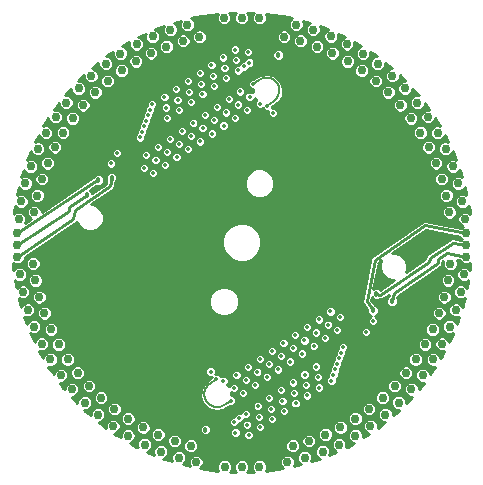
<source format=gbl>
G75*
%MOIN*%
%OFA0B0*%
%FSLAX24Y24*%
%IPPOS*%
%LPD*%
%AMOC8*
5,1,8,0,0,1.08239X$1,22.5*
%
%ADD10C,0.0140*%
%ADD11C,0.0295*%
%ADD12C,0.0050*%
%ADD13C,0.0180*%
%ADD14C,0.0100*%
D10*
X012753Y006946D03*
X013823Y007691D03*
X013777Y008040D03*
X013945Y008171D03*
X014169Y008304D03*
X014214Y007955D03*
X014260Y007606D03*
X014652Y007870D03*
X014606Y008219D03*
X014561Y008569D03*
X014998Y008484D03*
X014952Y008833D03*
X015389Y008748D03*
X015344Y009097D03*
X015781Y009012D03*
X015736Y009361D03*
X016173Y009276D03*
X016127Y009625D03*
X016519Y009890D03*
X016036Y010324D03*
X015729Y010497D03*
X015814Y010934D03*
X016121Y010761D03*
X016428Y010588D03*
X016819Y010852D03*
X016513Y011025D03*
X016206Y011198D03*
X016598Y011462D03*
X016904Y011289D03*
X017211Y011116D03*
X017296Y011553D03*
X016989Y011727D03*
X017411Y010539D03*
X017346Y010353D03*
X017282Y010167D03*
X017217Y009981D03*
X017153Y009795D03*
X017088Y009609D03*
X017024Y009423D03*
X016564Y009540D03*
X016610Y009191D03*
X016218Y008927D03*
X015827Y008663D03*
X015435Y008399D03*
X015043Y008134D03*
X015312Y006946D03*
X013670Y008758D03*
X013771Y009176D03*
X014078Y009003D03*
X014163Y009440D03*
X014469Y009267D03*
X014554Y009704D03*
X014248Y009877D03*
X013856Y009613D03*
X013422Y009411D03*
X013189Y009471D03*
X012993Y009725D03*
X012950Y010292D03*
X013245Y011178D03*
X014639Y010141D03*
X014946Y009968D03*
X015253Y009795D03*
X015644Y010059D03*
X015338Y010233D03*
X015031Y010406D03*
X015423Y010670D03*
X014861Y009531D03*
X018178Y011051D03*
X018398Y011404D03*
X018560Y012950D03*
X020135Y013835D03*
X015115Y017772D03*
X015067Y018336D03*
X014873Y018592D03*
X014642Y018654D03*
X014294Y018889D03*
X013987Y019062D03*
X013902Y018625D03*
X013595Y018798D03*
X013510Y018360D03*
X013817Y018187D03*
X014209Y018452D03*
X014395Y019301D03*
X014120Y019893D03*
X014287Y020024D03*
X014242Y020374D03*
X013805Y020459D03*
X013850Y020109D03*
X013896Y019760D03*
X013504Y019496D03*
X013458Y019845D03*
X013413Y020194D03*
X013021Y019930D03*
X012630Y019666D03*
X013067Y019581D03*
X013112Y019232D03*
X012675Y019317D03*
X012721Y018968D03*
X012283Y019053D03*
X012329Y018703D03*
X011892Y018788D03*
X011937Y018439D03*
X011546Y018175D03*
X012028Y017741D03*
X012335Y017568D03*
X012250Y017131D03*
X011943Y017304D03*
X011637Y017477D03*
X011245Y017213D03*
X011552Y017039D03*
X011858Y016866D03*
X011467Y016602D03*
X011160Y016775D03*
X010853Y016948D03*
X010768Y016511D03*
X011075Y016338D03*
X010654Y017526D03*
X010718Y017712D03*
X010783Y017898D03*
X010847Y018084D03*
X010912Y018270D03*
X010976Y018456D03*
X011041Y018642D03*
X011455Y018873D03*
X011500Y018524D03*
X011846Y019138D03*
X012238Y019402D03*
X012812Y018269D03*
X013119Y018096D03*
X013425Y017923D03*
X013034Y017659D03*
X012727Y017832D03*
X012420Y018005D03*
X012642Y017395D03*
X013203Y018533D03*
X014820Y016887D03*
X014426Y014918D03*
X013835Y013146D03*
X009886Y017014D03*
X009666Y016660D03*
X009505Y015213D03*
X007930Y013835D03*
X012851Y021414D03*
X015213Y021414D03*
D11*
X015442Y020880D03*
X015985Y020745D03*
X015844Y021289D03*
X016413Y021122D03*
X016542Y020558D03*
X017055Y020336D03*
X017005Y020896D03*
X017539Y020638D03*
X017563Y020066D03*
X018034Y019765D03*
X018502Y019409D03*
X018917Y019034D03*
X019320Y018606D03*
X019668Y018169D03*
X019989Y017692D03*
X020237Y018207D03*
X019887Y018687D03*
X019472Y019165D03*
X019048Y019581D03*
X018561Y019984D03*
X018075Y020325D03*
X020562Y017679D03*
X020263Y017204D03*
X020830Y017150D03*
X020507Y016670D03*
X020697Y016144D03*
X021070Y016564D03*
X021248Y015998D03*
X020848Y015589D03*
X020951Y015039D03*
X021387Y015393D03*
X021471Y014806D03*
X021513Y014328D03*
X021513Y013934D03*
X021513Y013540D03*
X020987Y013321D03*
X020908Y012768D03*
X021326Y012380D03*
X020781Y012207D03*
X020613Y011673D03*
X021165Y011781D03*
X020963Y011223D03*
X020392Y011129D03*
X020140Y010630D03*
X020411Y010129D03*
X020702Y010646D03*
X019833Y010129D03*
X019502Y009678D03*
X020059Y009603D03*
X019688Y009139D03*
X019126Y009243D03*
X018726Y008851D03*
X018275Y008476D03*
X017817Y008154D03*
X018321Y007904D03*
X017821Y007584D03*
X017321Y007863D03*
X016818Y007620D03*
X017274Y007292D03*
X016729Y007057D03*
X016270Y007409D03*
X015733Y007251D03*
X016130Y006853D03*
X015553Y006710D03*
X014623Y006552D03*
X014032Y006552D03*
X013461Y006552D03*
X012511Y006710D03*
X012332Y007251D03*
X011795Y007409D03*
X011935Y006853D03*
X011336Y007057D03*
X011247Y007620D03*
X010743Y007863D03*
X010244Y007584D03*
X010247Y008154D03*
X009790Y008476D03*
X009338Y008851D03*
X008939Y009243D03*
X008376Y009139D03*
X008563Y009678D03*
X008232Y010129D03*
X007925Y010630D03*
X007653Y010129D03*
X007363Y010646D03*
X007672Y011129D03*
X007101Y011223D03*
X007451Y011673D03*
X007284Y012207D03*
X006738Y012380D03*
X007157Y012768D03*
X007077Y013321D03*
X006552Y013540D03*
X006552Y013934D03*
X006552Y014328D03*
X006594Y014806D03*
X007114Y015039D03*
X007217Y015589D03*
X006817Y015998D03*
X007368Y016144D03*
X007558Y016670D03*
X006994Y016564D03*
X007234Y017150D03*
X007502Y017679D03*
X007802Y017204D03*
X008075Y017692D03*
X007828Y018207D03*
X008396Y018169D03*
X008745Y018606D03*
X009148Y019034D03*
X009563Y019409D03*
X010030Y019765D03*
X010501Y020066D03*
X010525Y020638D03*
X011009Y020336D03*
X011523Y020558D03*
X011060Y020896D03*
X011651Y021122D03*
X012079Y020745D03*
X012622Y020880D03*
X012221Y021289D03*
X013442Y021513D03*
X014032Y021513D03*
X014623Y021513D03*
X009990Y020325D03*
X009504Y019984D03*
X009016Y019581D03*
X008593Y019165D03*
X008177Y018687D03*
X006678Y015393D03*
X006629Y012963D03*
X006899Y011781D03*
X008005Y009603D03*
X008801Y008687D03*
X009242Y008290D03*
X009744Y007904D03*
X010791Y007292D03*
X018823Y008290D03*
X019264Y008687D03*
X021435Y012963D03*
D12*
X015091Y018739D02*
X014873Y018592D01*
X015091Y018739D02*
X015123Y018763D01*
X015152Y018789D01*
X015179Y018818D01*
X015203Y018850D01*
X015224Y018883D01*
X015242Y018918D01*
X015257Y018955D01*
X015268Y018993D01*
X015275Y019032D01*
X015279Y019071D01*
X015280Y019111D01*
X015276Y019150D01*
X015269Y019189D01*
X015259Y019227D01*
X015245Y019264D01*
X015227Y019300D01*
X015207Y019333D01*
X015183Y019365D01*
X015157Y019394D01*
X015128Y019421D01*
X015096Y019445D01*
X015063Y019466D01*
X015028Y019484D01*
X014991Y019499D01*
X014953Y019510D01*
X014914Y019517D01*
X014875Y019521D01*
X014835Y019522D01*
X014796Y019518D01*
X014757Y019511D01*
X014719Y019501D01*
X014682Y019487D01*
X014646Y019469D01*
X014613Y019449D01*
X014613Y019448D02*
X014395Y019301D01*
X013189Y009471D02*
X012973Y009325D01*
X012973Y009326D02*
X012941Y009302D01*
X012912Y009276D01*
X012885Y009247D01*
X012861Y009215D01*
X012840Y009182D01*
X012822Y009147D01*
X012807Y009110D01*
X012796Y009072D01*
X012789Y009033D01*
X012785Y008994D01*
X012784Y008954D01*
X012788Y008915D01*
X012795Y008876D01*
X012805Y008838D01*
X012819Y008801D01*
X012837Y008765D01*
X012857Y008732D01*
X012881Y008700D01*
X012907Y008671D01*
X012936Y008644D01*
X012968Y008620D01*
X013001Y008599D01*
X013036Y008581D01*
X013073Y008566D01*
X013111Y008555D01*
X013150Y008548D01*
X013189Y008544D01*
X013229Y008543D01*
X013268Y008547D01*
X013307Y008554D01*
X013345Y008564D01*
X013382Y008578D01*
X013418Y008596D01*
X013451Y008616D01*
X013451Y008617D02*
X013670Y008758D01*
D13*
X012818Y007785D03*
X018412Y011763D03*
X018519Y012309D03*
X019039Y012067D03*
X015247Y020279D03*
X009694Y016172D03*
X009251Y016114D03*
X008865Y015613D03*
D14*
X008360Y008892D02*
X008553Y008685D01*
X008553Y008736D01*
X008591Y008827D01*
X008660Y008897D01*
X008751Y008934D01*
X008850Y008934D01*
X008941Y008897D01*
X009010Y008827D01*
X009048Y008736D01*
X009048Y008638D01*
X009010Y008547D01*
X008941Y008477D01*
X008850Y008439D01*
X008783Y008439D01*
X008796Y008425D01*
X008994Y008264D01*
X008994Y008339D01*
X009032Y008430D01*
X009101Y008500D01*
X009192Y008537D01*
X009291Y008537D01*
X009382Y008500D01*
X009451Y008430D01*
X009489Y008339D01*
X009489Y008240D01*
X009451Y008149D01*
X009382Y008080D01*
X009291Y008042D01*
X009267Y008042D01*
X009496Y007855D01*
X009496Y007953D01*
X009534Y008044D01*
X009604Y008114D01*
X009695Y008152D01*
X009793Y008152D01*
X009884Y008114D01*
X009954Y008044D01*
X009991Y007953D01*
X009991Y007855D01*
X009954Y007764D01*
X009884Y007694D01*
X009793Y007656D01*
X009786Y007656D01*
X010000Y007526D01*
X009996Y007535D01*
X009996Y007634D01*
X010034Y007725D01*
X010104Y007794D01*
X010195Y007832D01*
X010293Y007832D01*
X010384Y007794D01*
X010454Y007725D01*
X010491Y007634D01*
X010491Y007535D01*
X010454Y007444D01*
X010384Y007374D01*
X010304Y007341D01*
X010503Y007220D01*
X010563Y007194D01*
X010543Y007242D01*
X010543Y007341D01*
X010581Y007432D01*
X010650Y007502D01*
X010741Y007539D01*
X010840Y007539D01*
X010931Y007502D01*
X011001Y007432D01*
X011038Y007341D01*
X011038Y007242D01*
X011001Y007151D01*
X010931Y007082D01*
X010875Y007059D01*
X011109Y006957D01*
X011088Y007008D01*
X011088Y007106D01*
X011126Y007197D01*
X011195Y007267D01*
X011286Y007304D01*
X011385Y007304D01*
X011476Y007267D01*
X011546Y007197D01*
X011583Y007106D01*
X011583Y007008D01*
X011546Y006916D01*
X011476Y006847D01*
X011418Y006823D01*
X011463Y006803D01*
X011717Y006732D01*
X011687Y006803D01*
X011687Y006902D01*
X011725Y006993D01*
X011795Y007063D01*
X011886Y007100D01*
X011984Y007100D01*
X012075Y007063D01*
X012145Y006993D01*
X012183Y006902D01*
X012183Y006803D01*
X012145Y006712D01*
X012075Y006643D01*
X012059Y006636D01*
X012303Y006568D01*
X012301Y006570D01*
X012263Y006661D01*
X012263Y006759D01*
X012301Y006850D01*
X012371Y006920D01*
X012462Y006958D01*
X012560Y006958D01*
X012651Y006920D01*
X012721Y006850D01*
X012759Y006759D01*
X012759Y006661D01*
X012721Y006570D01*
X012651Y006500D01*
X012644Y006497D01*
X013251Y006414D01*
X013214Y006503D01*
X013214Y006601D01*
X013251Y006692D01*
X013321Y006762D01*
X013412Y006800D01*
X013511Y006800D01*
X013602Y006762D01*
X013671Y006692D01*
X013709Y006601D01*
X013709Y006503D01*
X013671Y006412D01*
X013638Y006378D01*
X013856Y006378D01*
X013822Y006412D01*
X013785Y006503D01*
X013785Y006601D01*
X013822Y006692D01*
X013892Y006762D01*
X013983Y006800D01*
X014082Y006800D01*
X014173Y006762D01*
X014242Y006692D01*
X014280Y006601D01*
X014280Y006503D01*
X014242Y006412D01*
X014209Y006378D01*
X014446Y006378D01*
X014413Y006412D01*
X014375Y006503D01*
X014375Y006601D01*
X014413Y006692D01*
X014483Y006762D01*
X014574Y006800D01*
X014672Y006800D01*
X014763Y006762D01*
X014833Y006692D01*
X014870Y006601D01*
X014870Y006503D01*
X014835Y006416D01*
X015421Y006497D01*
X015413Y006500D01*
X015344Y006570D01*
X015306Y006661D01*
X015306Y006759D01*
X015344Y006850D01*
X015413Y006920D01*
X015504Y006958D01*
X015603Y006958D01*
X015694Y006920D01*
X015763Y006850D01*
X015801Y006759D01*
X015801Y006661D01*
X015763Y006570D01*
X015762Y006568D01*
X016005Y006636D01*
X015989Y006643D01*
X015920Y006712D01*
X015882Y006803D01*
X015882Y006902D01*
X015920Y006993D01*
X015989Y007063D01*
X016080Y007100D01*
X016179Y007100D01*
X016270Y007063D01*
X016340Y006993D01*
X016377Y006902D01*
X016377Y006803D01*
X016348Y006732D01*
X016602Y006803D01*
X016647Y006823D01*
X016589Y006847D01*
X016519Y006916D01*
X016481Y007008D01*
X016481Y007106D01*
X016519Y007197D01*
X016589Y007267D01*
X016680Y007304D01*
X016778Y007304D01*
X016869Y007267D01*
X016939Y007197D01*
X016977Y007106D01*
X016977Y007008D01*
X016956Y006957D01*
X017189Y007059D01*
X017134Y007082D01*
X017064Y007151D01*
X017026Y007242D01*
X017026Y007341D01*
X017064Y007432D01*
X017134Y007502D01*
X017225Y007539D01*
X017323Y007539D01*
X017414Y007502D01*
X017484Y007432D01*
X017522Y007341D01*
X017522Y007242D01*
X017502Y007194D01*
X017562Y007220D01*
X017761Y007341D01*
X017681Y007374D01*
X017611Y007444D01*
X017573Y007535D01*
X017573Y007634D01*
X017611Y007725D01*
X017681Y007794D01*
X017772Y007832D01*
X017870Y007832D01*
X017961Y007794D01*
X018031Y007725D01*
X018068Y007634D01*
X018068Y007535D01*
X018065Y007526D01*
X018279Y007656D01*
X018271Y007656D01*
X018180Y007694D01*
X018111Y007764D01*
X018073Y007855D01*
X018073Y007953D01*
X018111Y008044D01*
X018180Y008114D01*
X018271Y008152D01*
X018370Y008152D01*
X018461Y008114D01*
X018531Y008044D01*
X018568Y007953D01*
X018568Y007855D01*
X018798Y008042D01*
X018774Y008042D01*
X018683Y008080D01*
X018613Y008149D01*
X018575Y008240D01*
X018575Y008339D01*
X018613Y008430D01*
X018683Y008500D01*
X018774Y008537D01*
X018872Y008537D01*
X018963Y008500D01*
X019033Y008430D01*
X019071Y008339D01*
X019071Y008264D01*
X019269Y008425D01*
X019282Y008439D01*
X019215Y008439D01*
X019124Y008477D01*
X019054Y008547D01*
X019016Y008638D01*
X019016Y008736D01*
X019054Y008827D01*
X019124Y008897D01*
X019215Y008934D01*
X019313Y008934D01*
X019404Y008897D01*
X019474Y008827D01*
X019512Y008736D01*
X019512Y008685D01*
X019704Y008892D01*
X019639Y008892D01*
X019548Y008929D01*
X019478Y008999D01*
X019440Y009090D01*
X019440Y009189D01*
X019478Y009280D01*
X019548Y009349D01*
X019639Y009387D01*
X019737Y009387D01*
X019828Y009349D01*
X019898Y009280D01*
X019936Y009189D01*
X019936Y009139D01*
X019984Y009191D01*
X020100Y009355D01*
X020010Y009355D01*
X019919Y009393D01*
X019849Y009462D01*
X019811Y009553D01*
X019811Y009652D01*
X019849Y009743D01*
X019919Y009812D01*
X020010Y009850D01*
X020108Y009850D01*
X020199Y009812D01*
X020269Y009743D01*
X020307Y009652D01*
X020307Y009648D01*
X020475Y009887D01*
X020461Y009881D01*
X020362Y009881D01*
X020271Y009919D01*
X020201Y009988D01*
X020164Y010079D01*
X020164Y010178D01*
X020201Y010269D01*
X020271Y010339D01*
X020362Y010376D01*
X020461Y010376D01*
X020552Y010339D01*
X020621Y010269D01*
X020658Y010181D01*
X020775Y010409D01*
X020751Y010399D01*
X020652Y010399D01*
X020561Y010436D01*
X020492Y010506D01*
X020454Y010597D01*
X020454Y010696D01*
X020492Y010787D01*
X020561Y010856D01*
X020652Y010894D01*
X020751Y010894D01*
X020842Y010856D01*
X020912Y010787D01*
X020938Y010723D01*
X021069Y010976D01*
X021079Y011003D01*
X021013Y010975D01*
X020914Y010975D01*
X020823Y011013D01*
X020753Y011083D01*
X020716Y011174D01*
X020716Y011272D01*
X020753Y011363D01*
X020823Y011433D01*
X020914Y011471D01*
X021013Y011471D01*
X021104Y011433D01*
X021173Y011363D01*
X021191Y011319D01*
X021277Y011559D01*
X021214Y011533D01*
X021116Y011533D01*
X021025Y011571D01*
X020955Y011641D01*
X020918Y011732D01*
X020918Y011830D01*
X020955Y011921D01*
X021025Y011991D01*
X021116Y012029D01*
X021214Y012029D01*
X021305Y011991D01*
X021375Y011921D01*
X021391Y011882D01*
X021420Y011962D01*
X021463Y012169D01*
X021375Y012132D01*
X021277Y012132D01*
X021186Y012170D01*
X021116Y012240D01*
X021078Y012331D01*
X021078Y012429D01*
X021116Y012520D01*
X021186Y012590D01*
X021277Y012628D01*
X021375Y012628D01*
X021466Y012590D01*
X021536Y012521D01*
X021587Y012765D01*
X021575Y012753D01*
X021484Y012716D01*
X021386Y012716D01*
X021295Y012753D01*
X021225Y012823D01*
X021188Y012914D01*
X021188Y013013D01*
X021225Y013104D01*
X021295Y013173D01*
X021386Y013211D01*
X021484Y013211D01*
X021575Y013173D01*
X021641Y013108D01*
X021657Y013334D01*
X021653Y013330D01*
X021562Y013293D01*
X021463Y013293D01*
X021372Y013330D01*
X021303Y013400D01*
X021290Y013431D01*
X021203Y013448D01*
X021235Y013371D01*
X021235Y013272D01*
X021197Y013181D01*
X021128Y013111D01*
X021037Y013074D01*
X020938Y013074D01*
X020847Y013111D01*
X020777Y013181D01*
X020740Y013272D01*
X020740Y013371D01*
X020750Y013396D01*
X020722Y013378D01*
X020720Y013363D01*
X020720Y013363D01*
X020696Y013241D01*
X020628Y013195D01*
X020593Y013171D01*
X020593Y013171D01*
X019227Y012250D01*
X019210Y012164D01*
X019229Y012145D01*
X019229Y011988D01*
X019117Y011877D01*
X018960Y011877D01*
X018849Y011988D01*
X018849Y012145D01*
X018914Y012210D01*
X018928Y012286D01*
X018778Y012185D01*
X018688Y012124D01*
X018688Y012124D01*
X018688Y012124D01*
X018648Y012131D01*
X018616Y012138D01*
X018597Y012119D01*
X018440Y012119D01*
X018365Y012194D01*
X018351Y012122D01*
X018465Y011953D01*
X018491Y011953D01*
X018602Y011842D01*
X018602Y011684D01*
X018491Y011573D01*
X018470Y011573D01*
X018568Y011475D01*
X018568Y011334D01*
X018469Y011234D01*
X018328Y011234D01*
X018228Y011334D01*
X018228Y011475D01*
X018328Y011574D01*
X018332Y011574D01*
X018222Y011684D01*
X018222Y011776D01*
X018033Y012057D01*
X018033Y012057D01*
X018299Y013423D01*
X018320Y013535D01*
X018322Y013545D01*
X018328Y013549D01*
X020009Y014683D01*
X020009Y014683D01*
X020107Y014749D01*
X020112Y014753D01*
X020135Y014748D01*
X021347Y014513D01*
X021372Y014538D01*
X021422Y014558D01*
X021422Y014558D01*
X021331Y014596D01*
X021261Y014665D01*
X021223Y014756D01*
X021223Y014855D01*
X021261Y014946D01*
X021331Y015016D01*
X021422Y015053D01*
X021520Y015053D01*
X021611Y015016D01*
X021639Y014988D01*
X021633Y015077D01*
X021596Y015252D01*
X021527Y015183D01*
X021436Y015146D01*
X021338Y015146D01*
X021247Y015183D01*
X021177Y015253D01*
X021139Y015344D01*
X021139Y015443D01*
X021177Y015534D01*
X021247Y015603D01*
X021338Y015641D01*
X021436Y015641D01*
X021523Y015605D01*
X021466Y015878D01*
X021458Y015857D01*
X021388Y015788D01*
X021297Y015750D01*
X021199Y015750D01*
X021108Y015788D01*
X021038Y015857D01*
X021000Y015948D01*
X021000Y016047D01*
X021038Y016138D01*
X021108Y016208D01*
X021199Y016245D01*
X021297Y016245D01*
X021381Y016210D01*
X021294Y016456D01*
X021280Y016424D01*
X021211Y016354D01*
X021120Y016316D01*
X021021Y016316D01*
X020930Y016354D01*
X020861Y016424D01*
X020823Y016515D01*
X020823Y016613D01*
X020861Y016704D01*
X020930Y016774D01*
X021021Y016812D01*
X021120Y016812D01*
X021176Y016788D01*
X021071Y017084D01*
X021040Y017010D01*
X020970Y016940D01*
X020879Y016902D01*
X020781Y016902D01*
X020690Y016940D01*
X020620Y017010D01*
X020583Y017101D01*
X020583Y017199D01*
X020620Y017290D01*
X020690Y017360D01*
X020781Y017397D01*
X020879Y017397D01*
X020917Y017382D01*
X020801Y017607D01*
X020772Y017539D01*
X020703Y017470D01*
X020612Y017432D01*
X020513Y017432D01*
X020422Y017470D01*
X020353Y017539D01*
X020315Y017630D01*
X020315Y017729D01*
X020353Y017820D01*
X020422Y017889D01*
X020513Y017927D01*
X020612Y017927D01*
X020641Y017915D01*
X020587Y018019D01*
X020485Y018164D01*
X020485Y018158D01*
X020447Y018067D01*
X020377Y017997D01*
X020286Y017960D01*
X020188Y017960D01*
X020097Y017997D01*
X020027Y018067D01*
X019989Y018158D01*
X019989Y018257D01*
X020027Y018348D01*
X020097Y018417D01*
X020188Y018455D01*
X020279Y018455D01*
X020135Y018660D01*
X020135Y018638D01*
X020097Y018547D01*
X020028Y018477D01*
X019936Y018439D01*
X019838Y018439D01*
X019747Y018477D01*
X019677Y018547D01*
X019640Y018638D01*
X019640Y018736D01*
X019677Y018827D01*
X019747Y018897D01*
X019838Y018934D01*
X019927Y018934D01*
X019719Y019157D01*
X019719Y019115D01*
X019682Y019024D01*
X019612Y018955D01*
X019521Y018917D01*
X019423Y018917D01*
X019332Y018955D01*
X019262Y019024D01*
X019224Y019115D01*
X019224Y019214D01*
X019262Y019305D01*
X019332Y019375D01*
X019423Y019412D01*
X019481Y019412D01*
X019296Y019610D01*
X019296Y019531D01*
X019258Y019440D01*
X019189Y019371D01*
X019098Y019333D01*
X018999Y019333D01*
X018908Y019371D01*
X018838Y019440D01*
X018801Y019531D01*
X018801Y019630D01*
X018838Y019721D01*
X018908Y019791D01*
X018999Y019828D01*
X019037Y019828D01*
X018808Y020014D01*
X018808Y019935D01*
X018770Y019844D01*
X019018Y019844D01*
X018896Y019942D02*
X018808Y019942D01*
X018770Y019844D02*
X018701Y019774D01*
X018610Y019737D01*
X018511Y019737D01*
X018420Y019774D01*
X018351Y019844D01*
X018270Y019844D01*
X018282Y019814D02*
X018244Y019905D01*
X018175Y019974D01*
X018084Y020012D01*
X017985Y020012D01*
X017894Y019974D01*
X017824Y019905D01*
X017787Y019814D01*
X017787Y019715D01*
X017824Y019624D01*
X017894Y019555D01*
X017985Y019517D01*
X018084Y019517D01*
X018175Y019555D01*
X018244Y019624D01*
X018282Y019715D01*
X018282Y019814D01*
X018282Y019745D02*
X018490Y019745D01*
X018452Y019656D02*
X018361Y019618D01*
X018292Y019549D01*
X018254Y019458D01*
X018254Y019359D01*
X018292Y019268D01*
X018361Y019199D01*
X018452Y019161D01*
X018551Y019161D01*
X018642Y019199D01*
X018711Y019268D01*
X018749Y019359D01*
X018749Y019458D01*
X018711Y019549D01*
X018642Y019618D01*
X018551Y019656D01*
X018452Y019656D01*
X018430Y019647D02*
X018254Y019647D01*
X018291Y019548D02*
X018159Y019548D01*
X018254Y019450D02*
X015280Y019450D01*
X015322Y019411D02*
X015138Y019583D01*
X014897Y019659D01*
X014648Y019622D01*
X014586Y019581D01*
X014424Y019471D01*
X014325Y019471D01*
X014225Y019372D01*
X014225Y019231D01*
X014325Y019131D01*
X014393Y019131D01*
X014393Y019030D01*
X014364Y019059D01*
X014223Y019059D01*
X014157Y018993D01*
X014157Y019132D01*
X014057Y019232D01*
X013916Y019232D01*
X013817Y019132D01*
X013817Y018991D01*
X013916Y018892D01*
X014057Y018892D01*
X014124Y018958D01*
X014124Y018818D01*
X014223Y018719D01*
X014364Y018719D01*
X014464Y018818D01*
X014464Y018833D01*
X014522Y018774D01*
X014472Y018724D01*
X014472Y018583D01*
X014572Y018484D01*
X014713Y018484D01*
X014727Y018498D01*
X014803Y018422D01*
X014913Y018422D01*
X014897Y018407D01*
X014897Y018266D01*
X014997Y018166D01*
X015138Y018166D01*
X015237Y018266D01*
X015237Y018407D01*
X015138Y018506D01*
X015028Y018506D01*
X015043Y018522D01*
X015043Y018556D01*
X015204Y018664D01*
X015204Y018664D01*
X015266Y018706D01*
X015393Y018924D01*
X015413Y019175D01*
X015413Y019175D01*
X015322Y019411D01*
X015322Y019411D01*
X015345Y019351D02*
X018257Y019351D01*
X018307Y019253D02*
X015383Y019253D01*
X015411Y019154D02*
X018699Y019154D01*
X018707Y019174D02*
X018669Y019083D01*
X018669Y018985D01*
X018707Y018894D01*
X018777Y018824D01*
X018868Y018786D01*
X018966Y018786D01*
X019057Y018824D01*
X019127Y018894D01*
X019165Y018985D01*
X019165Y019083D01*
X019127Y019174D01*
X019057Y019244D01*
X018966Y019282D01*
X018868Y019282D01*
X018777Y019244D01*
X018707Y019174D01*
X018696Y019253D02*
X018798Y019253D01*
X018746Y019351D02*
X018955Y019351D01*
X019036Y019253D02*
X019240Y019253D01*
X019224Y019154D02*
X019135Y019154D01*
X019165Y019056D02*
X019249Y019056D01*
X019329Y018957D02*
X019153Y018957D01*
X019092Y018859D02*
X019709Y018859D01*
X019650Y018760D02*
X019516Y018760D01*
X019530Y018747D02*
X019460Y018816D01*
X019369Y018854D01*
X019270Y018854D01*
X019179Y018816D01*
X019110Y018747D01*
X019072Y018656D01*
X019072Y018557D01*
X019110Y018466D01*
X019179Y018396D01*
X019270Y018359D01*
X019369Y018359D01*
X019460Y018396D01*
X019530Y018466D01*
X019567Y018557D01*
X019567Y018656D01*
X019530Y018747D01*
X019565Y018662D02*
X019640Y018662D01*
X019670Y018563D02*
X019567Y018563D01*
X019528Y018465D02*
X019776Y018465D01*
X019717Y018417D02*
X019619Y018417D01*
X019528Y018379D01*
X019458Y018309D01*
X019421Y018218D01*
X019421Y018120D01*
X019458Y018029D01*
X019528Y017959D01*
X019619Y017921D01*
X019717Y017921D01*
X019808Y017959D01*
X019878Y018029D01*
X019916Y018120D01*
X019916Y018218D01*
X019878Y018309D01*
X019808Y018379D01*
X019717Y018417D01*
X019821Y018366D02*
X020046Y018366D01*
X019998Y018465D02*
X020272Y018465D01*
X020203Y018563D02*
X020104Y018563D01*
X019994Y018268D02*
X019895Y018268D01*
X019916Y018169D02*
X019989Y018169D01*
X020026Y018071D02*
X019896Y018071D01*
X019822Y017972D02*
X020157Y017972D01*
X020130Y017902D02*
X020039Y017939D01*
X019940Y017939D01*
X019849Y017902D01*
X019779Y017832D01*
X019742Y017741D01*
X019742Y017643D01*
X019779Y017552D01*
X019849Y017482D01*
X019940Y017444D01*
X020039Y017444D01*
X020130Y017482D01*
X020199Y017552D01*
X020237Y017643D01*
X020237Y017741D01*
X020199Y017832D01*
X020130Y017902D01*
X020157Y017874D02*
X020407Y017874D01*
X020334Y017775D02*
X020223Y017775D01*
X020237Y017677D02*
X020315Y017677D01*
X020336Y017578D02*
X020210Y017578D01*
X020213Y017451D02*
X020122Y017414D01*
X020053Y017344D01*
X020015Y017253D01*
X020015Y017155D01*
X020053Y017064D01*
X020122Y016994D01*
X020213Y016956D01*
X020312Y016956D01*
X020403Y016994D01*
X020473Y017064D01*
X020510Y017155D01*
X020510Y017253D01*
X020473Y017344D01*
X020403Y017414D01*
X020312Y017451D01*
X020213Y017451D01*
X020125Y017480D02*
X020412Y017480D01*
X020435Y017381D02*
X020742Y017381D01*
X020713Y017480D02*
X020867Y017480D01*
X020816Y017578D02*
X020789Y017578D01*
X020617Y017283D02*
X020498Y017283D01*
X020510Y017184D02*
X020583Y017184D01*
X020589Y017086D02*
X020482Y017086D01*
X020387Y016987D02*
X020642Y016987D01*
X020625Y016889D02*
X021140Y016889D01*
X021171Y016790D02*
X021175Y016790D01*
X020970Y016790D02*
X020725Y016790D01*
X020717Y016810D02*
X020647Y016880D01*
X020556Y016917D01*
X020458Y016917D01*
X020367Y016880D01*
X020297Y016810D01*
X020259Y016719D01*
X020259Y016620D01*
X020297Y016529D01*
X020367Y016460D01*
X020458Y016422D01*
X020556Y016422D01*
X020647Y016460D01*
X020717Y016529D01*
X020755Y016620D01*
X020755Y016719D01*
X020717Y016810D01*
X020755Y016692D02*
X020855Y016692D01*
X020823Y016593D02*
X020743Y016593D01*
X020682Y016495D02*
X020831Y016495D01*
X020888Y016396D02*
X014928Y016396D01*
X014903Y016421D02*
X014721Y016496D01*
X014524Y016496D01*
X014342Y016421D01*
X014203Y016281D01*
X014128Y016099D01*
X014128Y015902D01*
X014203Y015720D01*
X014342Y015581D01*
X014524Y015506D01*
X014721Y015506D01*
X014903Y015581D01*
X015043Y015720D01*
X015118Y015902D01*
X015118Y016099D01*
X015043Y016281D01*
X014903Y016421D01*
X015026Y016298D02*
X020501Y016298D01*
X020487Y016284D02*
X020557Y016354D01*
X020648Y016391D01*
X020746Y016391D01*
X020837Y016354D01*
X020907Y016284D01*
X020945Y016193D01*
X020945Y016094D01*
X020907Y016003D01*
X020837Y015934D01*
X020746Y015896D01*
X020648Y015896D01*
X020557Y015934D01*
X020487Y016003D01*
X020449Y016094D01*
X020449Y016193D01*
X020487Y016284D01*
X020452Y016199D02*
X015077Y016199D01*
X015118Y016101D02*
X020449Y016101D01*
X020488Y016002D02*
X015118Y016002D01*
X015118Y015904D02*
X020629Y015904D01*
X020708Y015799D02*
X020638Y015729D01*
X020600Y015638D01*
X020600Y015539D01*
X020638Y015448D01*
X020708Y015379D01*
X020799Y015341D01*
X020897Y015341D01*
X020988Y015379D01*
X021058Y015448D01*
X021096Y015539D01*
X021096Y015638D01*
X021058Y015729D01*
X020988Y015799D01*
X020897Y015836D01*
X020799Y015836D01*
X020708Y015799D01*
X020724Y015805D02*
X015078Y015805D01*
X015029Y015707D02*
X020629Y015707D01*
X020600Y015608D02*
X014931Y015608D01*
X014732Y015510D02*
X020613Y015510D01*
X020675Y015411D02*
X009192Y015411D01*
X009064Y015293D02*
X009016Y015293D01*
X009672Y015735D01*
X009775Y015805D01*
X009776Y015809D01*
X009799Y015927D01*
X009819Y016028D01*
X009884Y016093D01*
X009884Y016251D01*
X009773Y016362D01*
X009615Y016362D01*
X009504Y016251D01*
X009504Y016093D01*
X009522Y016075D01*
X009505Y015984D01*
X009055Y015681D01*
X009055Y015692D01*
X008969Y015777D01*
X009188Y015924D01*
X009329Y015924D01*
X009441Y016036D01*
X009441Y016193D01*
X009329Y016304D01*
X009172Y016304D01*
X009084Y016216D01*
X009077Y016211D01*
X007362Y015055D01*
X007362Y015088D01*
X007324Y015179D01*
X007254Y015249D01*
X007163Y015287D01*
X007065Y015287D01*
X006974Y015249D01*
X006904Y015179D01*
X006866Y015088D01*
X006866Y014990D01*
X006904Y014899D01*
X006974Y014829D01*
X007007Y014815D01*
X006811Y014683D01*
X006841Y014756D01*
X006841Y014855D01*
X006804Y014946D01*
X006734Y015016D01*
X006643Y015053D01*
X006544Y015053D01*
X006453Y015016D01*
X006426Y014988D01*
X006432Y015077D01*
X006468Y015252D01*
X006537Y015183D01*
X006628Y015146D01*
X006727Y015146D01*
X006818Y015183D01*
X006887Y015253D01*
X006925Y015344D01*
X006925Y015443D01*
X006887Y015534D01*
X006818Y015603D01*
X006727Y015641D01*
X006628Y015641D01*
X006541Y015605D01*
X006598Y015878D01*
X006607Y015857D01*
X006676Y015788D01*
X006767Y015750D01*
X006866Y015750D01*
X006957Y015788D01*
X007026Y015857D01*
X007064Y015948D01*
X007064Y016047D01*
X007026Y016138D01*
X006957Y016208D01*
X006866Y016245D01*
X006767Y016245D01*
X006683Y016210D01*
X006771Y016456D01*
X006784Y016424D01*
X006854Y016354D01*
X006945Y016316D01*
X007043Y016316D01*
X007134Y016354D01*
X007204Y016424D01*
X007242Y016515D01*
X007242Y016613D01*
X007204Y016704D01*
X007134Y016774D01*
X007043Y016812D01*
X006945Y016812D01*
X006889Y016788D01*
X006994Y017084D01*
X007024Y017010D01*
X007094Y016940D01*
X007185Y016902D01*
X007284Y016902D01*
X007375Y016940D01*
X007444Y017010D01*
X007482Y017101D01*
X007482Y017199D01*
X007444Y017290D01*
X007375Y017360D01*
X007284Y017397D01*
X007185Y017397D01*
X007147Y017382D01*
X007264Y017607D01*
X007292Y017539D01*
X007362Y017470D01*
X007453Y017432D01*
X007551Y017432D01*
X007642Y017470D01*
X007712Y017539D01*
X007750Y017630D01*
X007750Y017729D01*
X007712Y017820D01*
X007642Y017889D01*
X007551Y017927D01*
X007453Y017927D01*
X007423Y017915D01*
X007477Y018019D01*
X007580Y018164D01*
X007580Y018158D01*
X007618Y018067D01*
X007687Y017997D01*
X007778Y017960D01*
X007877Y017960D01*
X007968Y017997D01*
X008037Y018067D01*
X008075Y018158D01*
X008075Y018257D01*
X008037Y018348D01*
X007968Y018417D01*
X007877Y018455D01*
X007785Y018455D01*
X007930Y018660D01*
X007930Y018638D01*
X007967Y018547D01*
X008037Y018477D01*
X008128Y018439D01*
X008227Y018439D01*
X008318Y018477D01*
X008387Y018547D01*
X008425Y018638D01*
X008425Y018736D01*
X008387Y018827D01*
X008318Y018897D01*
X008227Y018934D01*
X008137Y018934D01*
X008345Y019157D01*
X008345Y019115D01*
X008383Y019024D01*
X008452Y018955D01*
X008544Y018917D01*
X008642Y018917D01*
X008733Y018955D01*
X008803Y019024D01*
X008840Y019115D01*
X008840Y019214D01*
X008803Y019305D01*
X008733Y019375D01*
X008642Y019412D01*
X008584Y019412D01*
X008769Y019610D01*
X008769Y019531D01*
X008806Y019440D01*
X008876Y019371D01*
X008967Y019333D01*
X009065Y019333D01*
X009156Y019371D01*
X009226Y019440D01*
X009264Y019531D01*
X009264Y019630D01*
X009226Y019721D01*
X009156Y019791D01*
X009065Y019828D01*
X009028Y019828D01*
X009256Y020014D01*
X009256Y019935D01*
X009294Y019844D01*
X009364Y019774D01*
X009455Y019737D01*
X009553Y019737D01*
X009644Y019774D01*
X009714Y019844D01*
X009752Y019935D01*
X009752Y020033D01*
X009714Y020124D01*
X009644Y020194D01*
X009553Y020232D01*
X009524Y020232D01*
X009608Y020300D01*
X009746Y020384D01*
X009742Y020375D01*
X009742Y020276D01*
X009780Y020185D01*
X009849Y020115D01*
X009940Y020078D01*
X010039Y020078D01*
X010130Y020115D01*
X010200Y020185D01*
X010237Y020276D01*
X010237Y020375D01*
X010200Y020466D01*
X010130Y020535D01*
X010050Y020569D01*
X010289Y020714D01*
X010278Y020687D01*
X010278Y020588D01*
X010316Y020497D01*
X010385Y020428D01*
X010476Y020390D01*
X010575Y020390D01*
X010666Y020428D01*
X010735Y020497D01*
X010773Y020588D01*
X010773Y020687D01*
X010735Y020778D01*
X010666Y020848D01*
X010586Y020881D01*
X010829Y020986D01*
X010812Y020945D01*
X010812Y020847D01*
X010850Y020756D01*
X010920Y020686D01*
X011011Y020648D01*
X011109Y020648D01*
X011200Y020686D01*
X011270Y020756D01*
X011307Y020847D01*
X011307Y020945D01*
X011270Y021036D01*
X011200Y021106D01*
X011151Y021126D01*
X011436Y021250D01*
X011404Y021171D01*
X011404Y021073D01*
X011441Y020982D01*
X011511Y020912D01*
X011602Y020874D01*
X011701Y020874D01*
X011792Y020912D01*
X011861Y020982D01*
X011899Y021073D01*
X011899Y021171D01*
X011861Y021262D01*
X011792Y021332D01*
X011760Y021345D01*
X012004Y021413D01*
X011973Y021339D01*
X011973Y021240D01*
X012011Y021149D01*
X012080Y021079D01*
X012172Y021042D01*
X012270Y021042D01*
X012361Y021079D01*
X012431Y021149D01*
X012468Y021240D01*
X012468Y021339D01*
X012431Y021430D01*
X012361Y021499D01*
X012341Y021507D01*
X012471Y021544D01*
X013230Y021648D01*
X013194Y021562D01*
X013194Y021463D01*
X013232Y021372D01*
X013301Y021303D01*
X013392Y021265D01*
X013491Y021265D01*
X013582Y021303D01*
X013652Y021372D01*
X013689Y021463D01*
X013689Y021562D01*
X013652Y021653D01*
X013618Y021686D01*
X013856Y021686D01*
X013822Y021653D01*
X013785Y021562D01*
X013785Y021463D01*
X013822Y021372D01*
X013892Y021303D01*
X013983Y021265D01*
X014082Y021265D01*
X014173Y021303D01*
X014242Y021372D01*
X014280Y021463D01*
X014280Y021562D01*
X014242Y021653D01*
X014209Y021686D01*
X014446Y021686D01*
X014413Y021653D01*
X014375Y021562D01*
X014375Y021463D01*
X014413Y021372D01*
X014483Y021303D01*
X014574Y021265D01*
X014672Y021265D01*
X014763Y021303D01*
X014833Y021372D01*
X014870Y021463D01*
X014870Y021562D01*
X014835Y021648D01*
X015593Y021544D01*
X015723Y021507D01*
X015704Y021499D01*
X015634Y021430D01*
X015596Y021339D01*
X015596Y021240D01*
X015634Y021149D01*
X015704Y021079D01*
X015795Y021042D01*
X015893Y021042D01*
X015984Y021079D01*
X016054Y021149D01*
X016091Y021240D01*
X016091Y021339D01*
X016061Y021413D01*
X016304Y021345D01*
X016273Y021332D01*
X016203Y021262D01*
X016166Y021171D01*
X016166Y021073D01*
X016203Y020982D01*
X016273Y020912D01*
X016364Y020874D01*
X016462Y020874D01*
X016553Y020912D01*
X016623Y020982D01*
X016661Y021073D01*
X016661Y021171D01*
X016628Y021250D01*
X016913Y021126D01*
X016864Y021106D01*
X016795Y021036D01*
X016757Y020945D01*
X016757Y020847D01*
X016795Y020756D01*
X016864Y020686D01*
X016955Y020648D01*
X017054Y020648D01*
X017145Y020686D01*
X017215Y020756D01*
X017252Y020847D01*
X017252Y020945D01*
X017235Y020986D01*
X017478Y020881D01*
X017399Y020848D01*
X017329Y020778D01*
X017292Y020687D01*
X017292Y020588D01*
X017329Y020497D01*
X017399Y020428D01*
X017490Y020390D01*
X017588Y020390D01*
X017679Y020428D01*
X017749Y020497D01*
X017787Y020588D01*
X017787Y020687D01*
X017775Y020714D01*
X018015Y020569D01*
X017935Y020535D01*
X017865Y020466D01*
X017827Y020375D01*
X017827Y020276D01*
X017865Y020185D01*
X017935Y020115D01*
X018026Y020078D01*
X018124Y020078D01*
X018215Y020115D01*
X018285Y020185D01*
X018323Y020276D01*
X018323Y020375D01*
X018319Y020384D01*
X018457Y020300D01*
X018541Y020232D01*
X018511Y020232D01*
X018420Y020194D01*
X018351Y020124D01*
X018313Y020033D01*
X018313Y019935D01*
X018351Y019844D01*
X018313Y019942D02*
X018207Y019942D01*
X018316Y020041D02*
X017811Y020041D01*
X017811Y020017D02*
X017773Y019926D01*
X017704Y019856D01*
X017613Y019819D01*
X017514Y019819D01*
X017423Y019856D01*
X017353Y019926D01*
X017316Y020017D01*
X017316Y020116D01*
X017353Y020207D01*
X017423Y020276D01*
X017514Y020314D01*
X017613Y020314D01*
X017704Y020276D01*
X017773Y020207D01*
X017811Y020116D01*
X017811Y020017D01*
X017780Y019942D02*
X017862Y019942D01*
X017799Y019844D02*
X017674Y019844D01*
X017787Y019745D02*
X014212Y019745D01*
X014190Y019723D02*
X014290Y019823D01*
X014290Y019854D01*
X014358Y019854D01*
X014457Y019954D01*
X014457Y020095D01*
X014358Y020194D01*
X014217Y020194D01*
X014117Y020095D01*
X014117Y020063D01*
X014049Y020063D01*
X013950Y019964D01*
X013950Y019930D01*
X013825Y019930D01*
X013726Y019831D01*
X013726Y019690D01*
X013825Y019590D01*
X013966Y019590D01*
X014066Y019690D01*
X014066Y019723D01*
X014190Y019723D01*
X014290Y019844D02*
X017453Y019844D01*
X017347Y019942D02*
X014446Y019942D01*
X014457Y020041D02*
X017316Y020041D01*
X017326Y020139D02*
X017209Y020139D01*
X017196Y020126D02*
X017265Y020196D01*
X017303Y020287D01*
X017303Y020385D01*
X017265Y020476D01*
X017196Y020546D01*
X017105Y020584D01*
X017006Y020584D01*
X016915Y020546D01*
X016846Y020476D01*
X016808Y020385D01*
X016808Y020287D01*
X016846Y020196D01*
X016915Y020126D01*
X017006Y020088D01*
X017105Y020088D01*
X017196Y020126D01*
X017283Y020238D02*
X017385Y020238D01*
X017303Y020336D02*
X017827Y020336D01*
X017843Y020238D02*
X017742Y020238D01*
X017801Y020139D02*
X017911Y020139D01*
X017852Y020435D02*
X017686Y020435D01*
X017764Y020533D02*
X017933Y020533D01*
X017911Y020632D02*
X017787Y020632D01*
X017392Y020435D02*
X017283Y020435D01*
X017314Y020533D02*
X017208Y020533D01*
X017292Y020632D02*
X016779Y020632D01*
X016790Y020607D02*
X016752Y020698D01*
X016682Y020768D01*
X016591Y020805D01*
X016493Y020805D01*
X016402Y020768D01*
X016332Y020698D01*
X016294Y020607D01*
X016294Y020508D01*
X016332Y020417D01*
X016402Y020348D01*
X016493Y020310D01*
X016591Y020310D01*
X016682Y020348D01*
X016752Y020417D01*
X016790Y020508D01*
X016790Y020607D01*
X016790Y020533D02*
X016903Y020533D01*
X016828Y020435D02*
X016759Y020435D01*
X016808Y020336D02*
X016655Y020336D01*
X016828Y020238D02*
X015437Y020238D01*
X015437Y020201D02*
X015437Y020358D01*
X015325Y020469D01*
X015168Y020469D01*
X015057Y020358D01*
X015057Y020201D01*
X015168Y020089D01*
X015325Y020089D01*
X015437Y020201D01*
X015375Y020139D02*
X016902Y020139D01*
X016429Y020336D02*
X015437Y020336D01*
X015360Y020435D02*
X016325Y020435D01*
X016294Y020533D02*
X016121Y020533D01*
X016126Y020535D02*
X016195Y020605D01*
X016233Y020696D01*
X016233Y020794D01*
X016195Y020885D01*
X016126Y020955D01*
X016035Y020993D01*
X015936Y020993D01*
X015845Y020955D01*
X015775Y020885D01*
X015738Y020794D01*
X015738Y020696D01*
X015775Y020605D01*
X015845Y020535D01*
X015936Y020497D01*
X016035Y020497D01*
X016126Y020535D01*
X016206Y020632D02*
X016305Y020632D01*
X016364Y020730D02*
X016233Y020730D01*
X016219Y020829D02*
X016765Y020829D01*
X016757Y020927D02*
X016569Y020927D01*
X016641Y021026D02*
X016791Y021026D01*
X016909Y021124D02*
X016661Y021124D01*
X016639Y021223D02*
X016690Y021223D01*
X016263Y021321D02*
X016091Y021321D01*
X016084Y021223D02*
X016187Y021223D01*
X016166Y021124D02*
X016029Y021124D01*
X016185Y021026D02*
X015647Y021026D01*
X015652Y021020D02*
X015583Y021090D01*
X015492Y021127D01*
X015393Y021127D01*
X015302Y021090D01*
X015233Y021020D01*
X015195Y020929D01*
X015195Y020831D01*
X015233Y020740D01*
X015302Y020670D01*
X015393Y020632D01*
X015492Y020632D01*
X015583Y020670D01*
X015652Y020740D01*
X015690Y020831D01*
X015690Y020929D01*
X015652Y021020D01*
X015690Y020927D02*
X015817Y020927D01*
X015752Y020829D02*
X015689Y020829D01*
X015643Y020730D02*
X015738Y020730D01*
X015764Y020632D02*
X012300Y020632D01*
X012289Y020605D02*
X012327Y020696D01*
X012327Y020794D01*
X012289Y020885D01*
X012220Y020955D01*
X012129Y020993D01*
X012030Y020993D01*
X011939Y020955D01*
X011869Y020885D01*
X011832Y020794D01*
X011832Y020696D01*
X011869Y020605D01*
X011939Y020535D01*
X012030Y020497D01*
X012129Y020497D01*
X012220Y020535D01*
X012289Y020605D01*
X012215Y020533D02*
X013639Y020533D01*
X013635Y020529D02*
X013635Y020388D01*
X013734Y020289D01*
X013875Y020289D01*
X013975Y020388D01*
X013975Y020529D01*
X013875Y020629D01*
X013734Y020629D01*
X013635Y020529D01*
X013635Y020435D02*
X011740Y020435D01*
X011733Y020417D02*
X011770Y020508D01*
X011770Y020607D01*
X011733Y020698D01*
X011663Y020768D01*
X011572Y020805D01*
X011473Y020805D01*
X011382Y020768D01*
X011313Y020698D01*
X011275Y020607D01*
X011275Y020508D01*
X011313Y020417D01*
X011382Y020348D01*
X011473Y020310D01*
X011572Y020310D01*
X011663Y020348D01*
X011733Y020417D01*
X011770Y020533D02*
X011943Y020533D01*
X011858Y020632D02*
X011760Y020632D01*
X011700Y020730D02*
X011832Y020730D01*
X011846Y020829D02*
X011300Y020829D01*
X011307Y020927D02*
X011496Y020927D01*
X011423Y021026D02*
X011274Y021026D01*
X011156Y021124D02*
X011404Y021124D01*
X011425Y021223D02*
X011374Y021223D01*
X011802Y021321D02*
X011973Y021321D01*
X011980Y021223D02*
X011878Y021223D01*
X011899Y021124D02*
X012036Y021124D01*
X011880Y021026D02*
X012418Y021026D01*
X012412Y021020D02*
X012374Y020929D01*
X012374Y020831D01*
X012412Y020740D01*
X012482Y020670D01*
X012573Y020632D01*
X012671Y020632D01*
X012762Y020670D01*
X012832Y020740D01*
X012870Y020831D01*
X012870Y020929D01*
X012832Y021020D01*
X012762Y021090D01*
X012671Y021127D01*
X012573Y021127D01*
X012482Y021090D01*
X012412Y021020D01*
X012374Y020927D02*
X012247Y020927D01*
X012313Y020829D02*
X012375Y020829D01*
X012421Y020730D02*
X012327Y020730D01*
X011911Y020927D02*
X011807Y020927D01*
X011345Y020730D02*
X011244Y020730D01*
X011285Y020632D02*
X010773Y020632D01*
X010755Y020730D02*
X010875Y020730D01*
X010820Y020829D02*
X010685Y020829D01*
X010694Y020927D02*
X010812Y020927D01*
X010960Y020584D02*
X010869Y020546D01*
X010799Y020476D01*
X010762Y020385D01*
X010762Y020287D01*
X010799Y020196D01*
X010869Y020126D01*
X010960Y020088D01*
X011058Y020088D01*
X011149Y020126D01*
X011219Y020196D01*
X011257Y020287D01*
X011257Y020385D01*
X011219Y020476D01*
X011149Y020546D01*
X011058Y020584D01*
X010960Y020584D01*
X010856Y020533D02*
X010750Y020533D01*
X010782Y020435D02*
X010673Y020435D01*
X010762Y020336D02*
X010237Y020336D01*
X010221Y020238D02*
X010323Y020238D01*
X010291Y020207D02*
X010254Y020116D01*
X010254Y020017D01*
X010291Y019926D01*
X010361Y019856D01*
X010452Y019819D01*
X010550Y019819D01*
X010641Y019856D01*
X010711Y019926D01*
X010749Y020017D01*
X010749Y020116D01*
X010711Y020207D01*
X010641Y020276D01*
X010550Y020314D01*
X010452Y020314D01*
X010361Y020276D01*
X010291Y020207D01*
X010263Y020139D02*
X010154Y020139D01*
X010254Y020041D02*
X009749Y020041D01*
X009752Y019942D02*
X009858Y019942D01*
X009890Y019974D02*
X009820Y019905D01*
X009783Y019814D01*
X009783Y019715D01*
X009820Y019624D01*
X009890Y019555D01*
X009981Y019517D01*
X010079Y019517D01*
X010170Y019555D01*
X010240Y019624D01*
X010278Y019715D01*
X010278Y019814D01*
X010240Y019905D01*
X010170Y019974D01*
X010079Y020012D01*
X009981Y020012D01*
X009890Y019974D01*
X009795Y019844D02*
X009714Y019844D01*
X009783Y019745D02*
X009574Y019745D01*
X009612Y019656D02*
X009514Y019656D01*
X009423Y019618D01*
X009353Y019549D01*
X009315Y019458D01*
X009315Y019359D01*
X009353Y019268D01*
X009423Y019199D01*
X009514Y019161D01*
X009612Y019161D01*
X009703Y019199D01*
X009773Y019268D01*
X009811Y019359D01*
X009811Y019458D01*
X009773Y019549D01*
X009703Y019618D01*
X009612Y019656D01*
X009635Y019647D02*
X009811Y019647D01*
X009773Y019548D02*
X009905Y019548D01*
X009811Y019450D02*
X012068Y019450D01*
X012068Y019472D02*
X012068Y019331D01*
X012167Y019232D01*
X012308Y019232D01*
X012408Y019331D01*
X012408Y019472D01*
X012308Y019572D01*
X012167Y019572D01*
X012068Y019472D01*
X012144Y019548D02*
X010155Y019548D01*
X010249Y019647D02*
X012460Y019647D01*
X012460Y019596D02*
X012460Y019736D01*
X012559Y019836D01*
X012700Y019836D01*
X012800Y019736D01*
X012800Y019596D01*
X012700Y019496D01*
X012559Y019496D01*
X012460Y019596D01*
X012507Y019548D02*
X012332Y019548D01*
X012408Y019450D02*
X012568Y019450D01*
X012605Y019487D02*
X012505Y019387D01*
X012505Y019246D01*
X012605Y019147D01*
X012746Y019147D01*
X012845Y019246D01*
X012845Y019387D01*
X012746Y019487D01*
X012605Y019487D01*
X012752Y019548D02*
X012897Y019548D01*
X012897Y019511D02*
X012996Y019411D01*
X013137Y019411D01*
X013237Y019511D01*
X013237Y019651D01*
X013137Y019751D01*
X012996Y019751D01*
X012897Y019651D01*
X012897Y019511D01*
X012958Y019450D02*
X012783Y019450D01*
X012845Y019351D02*
X012991Y019351D01*
X012942Y019302D02*
X012942Y019161D01*
X013042Y019062D01*
X013183Y019062D01*
X013282Y019161D01*
X013282Y019302D01*
X013183Y019402D01*
X013042Y019402D01*
X012942Y019302D01*
X012942Y019253D02*
X012845Y019253D01*
X012791Y019138D02*
X012650Y019138D01*
X012551Y019038D01*
X012551Y018897D01*
X012650Y018798D01*
X012791Y018798D01*
X012891Y018897D01*
X012891Y019038D01*
X012791Y019138D01*
X012753Y019154D02*
X012949Y019154D01*
X012873Y019056D02*
X013817Y019056D01*
X013839Y019154D02*
X013275Y019154D01*
X013282Y019253D02*
X014225Y019253D01*
X014225Y019351D02*
X013600Y019351D01*
X013574Y019326D02*
X013674Y019426D01*
X013674Y019566D01*
X013574Y019666D01*
X013434Y019666D01*
X013334Y019566D01*
X013334Y019426D01*
X013434Y019326D01*
X013574Y019326D01*
X013674Y019450D02*
X014304Y019450D01*
X014538Y019548D02*
X013674Y019548D01*
X013594Y019647D02*
X013769Y019647D01*
X013726Y019745D02*
X013599Y019745D01*
X013628Y019775D02*
X013529Y019675D01*
X013388Y019675D01*
X013288Y019775D01*
X013288Y019916D01*
X013388Y020015D01*
X013529Y020015D01*
X013628Y019916D01*
X013628Y019775D01*
X013628Y019844D02*
X013739Y019844D01*
X013780Y019939D02*
X013680Y020039D01*
X013680Y020180D01*
X013780Y020279D01*
X013921Y020279D01*
X014020Y020180D01*
X014020Y020039D01*
X013921Y019939D01*
X013780Y019939D01*
X013777Y019942D02*
X013602Y019942D01*
X013680Y020041D02*
X013500Y020041D01*
X013483Y020024D02*
X013583Y020124D01*
X013583Y020265D01*
X013483Y020364D01*
X013342Y020364D01*
X013243Y020265D01*
X013243Y020124D01*
X013342Y020024D01*
X013483Y020024D01*
X013583Y020139D02*
X013680Y020139D01*
X013738Y020238D02*
X013583Y020238D01*
X013511Y020336D02*
X013686Y020336D01*
X013923Y020336D02*
X014072Y020336D01*
X014072Y020303D02*
X014171Y020204D01*
X014312Y020204D01*
X014412Y020303D01*
X014412Y020444D01*
X014312Y020544D01*
X014171Y020544D01*
X014072Y020444D01*
X014072Y020303D01*
X014137Y020238D02*
X013962Y020238D01*
X014020Y020139D02*
X014162Y020139D01*
X014027Y020041D02*
X014020Y020041D01*
X013950Y019942D02*
X013923Y019942D01*
X014023Y019647D02*
X014816Y019647D01*
X014897Y019659D02*
X014897Y019659D01*
X014935Y019647D02*
X017815Y019647D01*
X017909Y019548D02*
X015175Y019548D01*
X015138Y019583D02*
X015138Y019583D01*
X014648Y019622D02*
X014648Y019622D01*
X014586Y019581D02*
X014586Y019581D01*
X014302Y019154D02*
X014135Y019154D01*
X014157Y019056D02*
X014220Y019056D01*
X014124Y018957D02*
X014123Y018957D01*
X014124Y018859D02*
X013765Y018859D01*
X013765Y018868D02*
X013765Y018728D01*
X013831Y018795D01*
X013972Y018795D01*
X014072Y018695D01*
X014072Y018555D01*
X014138Y018622D01*
X014279Y018622D01*
X014379Y018522D01*
X014379Y018381D01*
X014279Y018282D01*
X014138Y018282D01*
X014039Y018381D01*
X014039Y018521D01*
X013972Y018455D01*
X013831Y018455D01*
X013732Y018554D01*
X013732Y018694D01*
X013666Y018628D01*
X013525Y018628D01*
X013425Y018727D01*
X013425Y018868D01*
X013525Y018968D01*
X013666Y018968D01*
X013765Y018868D01*
X013765Y018760D02*
X013797Y018760D01*
X013732Y018662D02*
X013700Y018662D01*
X013732Y018563D02*
X013373Y018563D01*
X013373Y018604D02*
X013373Y018464D01*
X013440Y018530D01*
X013581Y018530D01*
X013680Y018431D01*
X013680Y018291D01*
X013746Y018357D01*
X013887Y018357D01*
X013987Y018258D01*
X013987Y018117D01*
X013887Y018017D01*
X013746Y018017D01*
X013647Y018117D01*
X013647Y018257D01*
X013581Y018190D01*
X013440Y018190D01*
X013340Y018290D01*
X013340Y018430D01*
X013274Y018363D01*
X013133Y018363D01*
X013033Y018463D01*
X013033Y018604D01*
X013133Y018703D01*
X013274Y018703D01*
X013373Y018604D01*
X013316Y018662D02*
X013491Y018662D01*
X013425Y018760D02*
X012499Y018760D01*
X012499Y018774D02*
X012399Y018873D01*
X012259Y018873D01*
X012159Y018774D01*
X012159Y018633D01*
X012259Y018533D01*
X012399Y018533D01*
X012499Y018633D01*
X012499Y018774D01*
X012499Y018662D02*
X013091Y018662D01*
X013033Y018563D02*
X012429Y018563D01*
X012229Y018563D02*
X012054Y018563D01*
X012008Y018609D02*
X011867Y018609D01*
X011767Y018510D01*
X011767Y018369D01*
X011867Y018269D01*
X012008Y018269D01*
X012107Y018369D01*
X012107Y018510D01*
X012008Y018609D01*
X011962Y018618D02*
X012062Y018718D01*
X012062Y018859D01*
X011962Y018958D01*
X011821Y018958D01*
X011722Y018859D01*
X011722Y018718D01*
X011821Y018618D01*
X011962Y018618D01*
X012006Y018662D02*
X012159Y018662D01*
X012159Y018760D02*
X012062Y018760D01*
X012062Y018859D02*
X012244Y018859D01*
X012213Y018883D02*
X012354Y018883D01*
X012453Y018982D01*
X012453Y019123D01*
X012354Y019223D01*
X012213Y019223D01*
X012113Y019123D01*
X012113Y018982D01*
X012213Y018883D01*
X012138Y018957D02*
X011963Y018957D01*
X011917Y018968D02*
X012016Y019067D01*
X012016Y019208D01*
X011917Y019308D01*
X011776Y019308D01*
X011676Y019208D01*
X011676Y019067D01*
X011776Y018968D01*
X011917Y018968D01*
X011820Y018957D02*
X011611Y018957D01*
X011625Y018944D02*
X011525Y019043D01*
X011384Y019043D01*
X011285Y018944D01*
X011285Y018803D01*
X011384Y018703D01*
X011525Y018703D01*
X011625Y018803D01*
X011625Y018944D01*
X011625Y018859D02*
X011722Y018859D01*
X011722Y018760D02*
X011582Y018760D01*
X011571Y018694D02*
X011430Y018694D01*
X011330Y018595D01*
X011330Y018454D01*
X011430Y018354D01*
X011571Y018354D01*
X011670Y018454D01*
X011670Y018595D01*
X011571Y018694D01*
X011603Y018662D02*
X011778Y018662D01*
X011821Y018563D02*
X011670Y018563D01*
X011670Y018465D02*
X011767Y018465D01*
X011770Y018366D02*
X011583Y018366D01*
X011616Y018345D02*
X011475Y018345D01*
X011376Y018246D01*
X011376Y018105D01*
X011475Y018005D01*
X011616Y018005D01*
X011716Y018105D01*
X011716Y018246D01*
X011616Y018345D01*
X011693Y018268D02*
X012642Y018268D01*
X012642Y018199D02*
X012642Y018340D01*
X012741Y018439D01*
X012882Y018439D01*
X012982Y018340D01*
X012982Y018200D01*
X013048Y018266D01*
X013189Y018266D01*
X013289Y018167D01*
X013289Y018027D01*
X013355Y018093D01*
X013496Y018093D01*
X013595Y017994D01*
X013595Y017853D01*
X013496Y017753D01*
X013355Y017753D01*
X013255Y017853D01*
X013255Y017993D01*
X013189Y017926D01*
X013048Y017926D01*
X012949Y018026D01*
X012949Y018166D01*
X012882Y018099D01*
X012741Y018099D01*
X012642Y018199D01*
X012671Y018169D02*
X012496Y018169D01*
X012491Y018175D02*
X012350Y018175D01*
X012250Y018076D01*
X012250Y017935D01*
X012350Y017835D01*
X012491Y017835D01*
X012557Y017901D01*
X012557Y017762D01*
X012656Y017662D01*
X012797Y017662D01*
X012864Y017728D01*
X012864Y017589D01*
X012963Y017489D01*
X013104Y017489D01*
X013204Y017589D01*
X013204Y017729D01*
X013104Y017829D01*
X012963Y017829D01*
X012897Y017763D01*
X012897Y017902D01*
X012797Y018002D01*
X012656Y018002D01*
X012590Y017936D01*
X012590Y018076D01*
X012491Y018175D01*
X012590Y018071D02*
X012949Y018071D01*
X013002Y017972D02*
X012827Y017972D01*
X012897Y017874D02*
X013255Y017874D01*
X013255Y017972D02*
X013235Y017972D01*
X013289Y018071D02*
X013332Y018071D01*
X013286Y018169D02*
X013647Y018169D01*
X013693Y018071D02*
X013518Y018071D01*
X013595Y017972D02*
X019515Y017972D01*
X019441Y018071D02*
X013941Y018071D01*
X013987Y018169D02*
X014994Y018169D01*
X014897Y018268D02*
X013977Y018268D01*
X014053Y018366D02*
X013680Y018366D01*
X013646Y018465D02*
X013821Y018465D01*
X013982Y018465D02*
X014039Y018465D01*
X014072Y018563D02*
X014080Y018563D01*
X014072Y018662D02*
X014472Y018662D01*
X014492Y018563D02*
X014337Y018563D01*
X014379Y018465D02*
X014760Y018465D01*
X014897Y018366D02*
X014364Y018366D01*
X014405Y018760D02*
X014509Y018760D01*
X014393Y019056D02*
X014367Y019056D01*
X014182Y018760D02*
X014007Y018760D01*
X013851Y018957D02*
X013676Y018957D01*
X013514Y018957D02*
X012891Y018957D01*
X012852Y018859D02*
X013425Y018859D01*
X013408Y019351D02*
X013233Y019351D01*
X013176Y019450D02*
X013334Y019450D01*
X013334Y019548D02*
X013237Y019548D01*
X013237Y019647D02*
X013414Y019647D01*
X013318Y019745D02*
X013143Y019745D01*
X013092Y019760D02*
X013191Y019860D01*
X013191Y020001D01*
X013092Y020100D01*
X012951Y020100D01*
X012851Y020001D01*
X012851Y019860D01*
X012951Y019760D01*
X013092Y019760D01*
X012991Y019745D02*
X012791Y019745D01*
X012800Y019647D02*
X012897Y019647D01*
X012867Y019844D02*
X010611Y019844D01*
X010718Y019942D02*
X012851Y019942D01*
X012891Y020041D02*
X010749Y020041D01*
X010739Y020139D02*
X010856Y020139D01*
X010782Y020238D02*
X010680Y020238D01*
X011163Y020139D02*
X013243Y020139D01*
X013243Y020238D02*
X011237Y020238D01*
X011257Y020336D02*
X011410Y020336D01*
X011305Y020435D02*
X011236Y020435D01*
X011275Y020533D02*
X011162Y020533D01*
X011636Y020336D02*
X013314Y020336D01*
X013326Y020041D02*
X013151Y020041D01*
X013191Y019942D02*
X013315Y019942D01*
X013288Y019844D02*
X013175Y019844D01*
X012468Y019745D02*
X010278Y019745D01*
X010265Y019844D02*
X010391Y019844D01*
X010284Y019942D02*
X010203Y019942D01*
X009826Y020139D02*
X009699Y020139D01*
X009758Y020238D02*
X009531Y020238D01*
X009667Y020336D02*
X009742Y020336D01*
X010132Y020533D02*
X010301Y020533D01*
X010278Y020632D02*
X010153Y020632D01*
X010212Y020435D02*
X010378Y020435D01*
X009434Y019745D02*
X009202Y019745D01*
X009257Y019647D02*
X009491Y019647D01*
X009353Y019548D02*
X009264Y019548D01*
X009230Y019450D02*
X009315Y019450D01*
X009319Y019351D02*
X009110Y019351D01*
X009098Y019282D02*
X009007Y019244D01*
X008938Y019174D01*
X008900Y019083D01*
X008900Y018985D01*
X008938Y018894D01*
X009007Y018824D01*
X009098Y018786D01*
X009197Y018786D01*
X009288Y018824D01*
X009358Y018894D01*
X009395Y018985D01*
X009395Y019083D01*
X009358Y019174D01*
X009288Y019244D01*
X009197Y019282D01*
X009098Y019282D01*
X009029Y019253D02*
X008824Y019253D01*
X008840Y019154D02*
X008930Y019154D01*
X008900Y019056D02*
X008816Y019056D01*
X008736Y018957D02*
X008911Y018957D01*
X008973Y018859D02*
X008356Y018859D01*
X008415Y018760D02*
X008549Y018760D01*
X008535Y018747D02*
X008497Y018656D01*
X008497Y018557D01*
X008535Y018466D01*
X008605Y018396D01*
X008696Y018359D01*
X008794Y018359D01*
X008885Y018396D01*
X008955Y018466D01*
X008993Y018557D01*
X008993Y018656D01*
X008955Y018747D01*
X008885Y018816D01*
X008794Y018854D01*
X008696Y018854D01*
X008605Y018816D01*
X008535Y018747D01*
X008500Y018662D02*
X008425Y018662D01*
X008394Y018563D02*
X008497Y018563D01*
X008536Y018465D02*
X008288Y018465D01*
X008347Y018417D02*
X008256Y018379D01*
X008186Y018309D01*
X008149Y018218D01*
X008149Y018120D01*
X008186Y018029D01*
X008256Y017959D01*
X008347Y017921D01*
X008446Y017921D01*
X008537Y017959D01*
X008606Y018029D01*
X008644Y018120D01*
X008644Y018218D01*
X008606Y018309D01*
X008537Y018379D01*
X008446Y018417D01*
X008347Y018417D01*
X008244Y018366D02*
X008019Y018366D01*
X008066Y018465D02*
X007792Y018465D01*
X007862Y018563D02*
X007960Y018563D01*
X008071Y018268D02*
X008169Y018268D01*
X008149Y018169D02*
X008075Y018169D01*
X008039Y018071D02*
X008169Y018071D01*
X008243Y017972D02*
X007907Y017972D01*
X007935Y017902D02*
X007865Y017832D01*
X007828Y017741D01*
X007828Y017643D01*
X007865Y017552D01*
X007935Y017482D01*
X008026Y017444D01*
X008125Y017444D01*
X008216Y017482D01*
X008285Y017552D01*
X008323Y017643D01*
X008323Y017741D01*
X008285Y017832D01*
X008216Y017902D01*
X008125Y017939D01*
X008026Y017939D01*
X007935Y017902D01*
X007907Y017874D02*
X007658Y017874D01*
X007730Y017775D02*
X007842Y017775D01*
X007828Y017677D02*
X007750Y017677D01*
X007728Y017578D02*
X007854Y017578D01*
X007851Y017451D02*
X007753Y017451D01*
X007662Y017414D01*
X007592Y017344D01*
X007554Y017253D01*
X007554Y017155D01*
X007592Y017064D01*
X007662Y016994D01*
X007753Y016956D01*
X007851Y016956D01*
X007942Y016994D01*
X008012Y017064D01*
X008050Y017155D01*
X008050Y017253D01*
X008012Y017344D01*
X007942Y017414D01*
X007851Y017451D01*
X007940Y017480D02*
X007653Y017480D01*
X007629Y017381D02*
X007323Y017381D01*
X007352Y017480D02*
X007198Y017480D01*
X007249Y017578D02*
X007276Y017578D01*
X007447Y017283D02*
X007567Y017283D01*
X007554Y017184D02*
X007482Y017184D01*
X007476Y017086D02*
X007583Y017086D01*
X007678Y016987D02*
X007422Y016987D01*
X007439Y016889D02*
X006924Y016889D01*
X006893Y016790D02*
X006889Y016790D01*
X007095Y016790D02*
X007340Y016790D01*
X007348Y016810D02*
X007310Y016719D01*
X007310Y016620D01*
X007348Y016529D01*
X007417Y016460D01*
X007508Y016422D01*
X007607Y016422D01*
X007698Y016460D01*
X007768Y016529D01*
X007805Y016620D01*
X007805Y016719D01*
X007768Y016810D01*
X007698Y016880D01*
X007607Y016917D01*
X007508Y016917D01*
X007417Y016880D01*
X007348Y016810D01*
X007310Y016692D02*
X007209Y016692D01*
X007242Y016593D02*
X007321Y016593D01*
X007382Y016495D02*
X007234Y016495D01*
X007177Y016396D02*
X010643Y016396D01*
X010598Y016441D02*
X010698Y016341D01*
X010839Y016341D01*
X010905Y016407D01*
X010905Y016268D01*
X011005Y016168D01*
X011146Y016168D01*
X011245Y016268D01*
X011245Y016408D01*
X011146Y016508D01*
X011005Y016508D01*
X010938Y016442D01*
X010938Y016582D01*
X010839Y016681D01*
X010698Y016681D01*
X010598Y016582D01*
X010598Y016441D01*
X010598Y016495D02*
X009741Y016495D01*
X009737Y016490D02*
X009836Y016590D01*
X009836Y016731D01*
X009737Y016830D01*
X009596Y016830D01*
X009496Y016731D01*
X009496Y016590D01*
X009596Y016490D01*
X009737Y016490D01*
X009836Y016593D02*
X010610Y016593D01*
X010783Y016778D02*
X010683Y016878D01*
X010683Y017019D01*
X010783Y017118D01*
X010924Y017118D01*
X011023Y017019D01*
X011023Y016879D01*
X011090Y016945D01*
X011231Y016945D01*
X011330Y016846D01*
X011330Y016706D01*
X011396Y016772D01*
X011537Y016772D01*
X011637Y016673D01*
X011637Y016532D01*
X011537Y016432D01*
X011396Y016432D01*
X011297Y016532D01*
X011297Y016672D01*
X011231Y016605D01*
X011090Y016605D01*
X010990Y016705D01*
X010990Y016845D01*
X010924Y016778D01*
X010783Y016778D01*
X010771Y016790D02*
X009777Y016790D01*
X009816Y016844D02*
X009957Y016844D01*
X010056Y016943D01*
X010056Y017084D01*
X009957Y017184D01*
X009816Y017184D01*
X009716Y017084D01*
X009716Y016943D01*
X009816Y016844D01*
X009771Y016889D02*
X007676Y016889D01*
X007776Y016790D02*
X009556Y016790D01*
X009496Y016692D02*
X007805Y016692D01*
X007794Y016593D02*
X009496Y016593D01*
X009591Y016495D02*
X007733Y016495D01*
X007564Y016298D02*
X009165Y016298D01*
X009077Y016211D02*
X009077Y016211D01*
X009059Y016199D02*
X007613Y016199D01*
X007615Y016193D02*
X007578Y016284D01*
X007508Y016354D01*
X007417Y016391D01*
X007318Y016391D01*
X007227Y016354D01*
X007158Y016284D01*
X007120Y016193D01*
X007120Y016094D01*
X007158Y016003D01*
X007227Y015934D01*
X007318Y015896D01*
X007417Y015896D01*
X007508Y015934D01*
X007578Y016003D01*
X007615Y016094D01*
X007615Y016193D01*
X007615Y016101D02*
X008913Y016101D01*
X008767Y016002D02*
X007576Y016002D01*
X007436Y015904D02*
X008621Y015904D01*
X008475Y015805D02*
X007341Y015805D01*
X007357Y015799D02*
X007266Y015836D01*
X007167Y015836D01*
X007076Y015799D01*
X007007Y015729D01*
X006969Y015638D01*
X006969Y015539D01*
X007007Y015448D01*
X007076Y015379D01*
X007167Y015341D01*
X007266Y015341D01*
X007357Y015379D01*
X007426Y015448D01*
X007464Y015539D01*
X007464Y015638D01*
X007426Y015729D01*
X007357Y015799D01*
X007300Y015904D02*
X007046Y015904D01*
X007064Y016002D02*
X007159Y016002D01*
X007120Y016101D02*
X007042Y016101D01*
X006965Y016199D02*
X007123Y016199D01*
X007172Y016298D02*
X006714Y016298D01*
X006749Y016396D02*
X006812Y016396D01*
X006959Y016987D02*
X007047Y016987D01*
X007926Y016987D02*
X009716Y016987D01*
X009718Y017086D02*
X008021Y017086D01*
X008050Y017184D02*
X011075Y017184D01*
X011075Y017142D02*
X011175Y017043D01*
X011316Y017043D01*
X011382Y017109D01*
X011382Y016969D01*
X011481Y016869D01*
X011622Y016869D01*
X011688Y016936D01*
X011688Y016796D01*
X011788Y016696D01*
X011929Y016696D01*
X012028Y016796D01*
X012028Y016937D01*
X011929Y017036D01*
X011788Y017036D01*
X011722Y016970D01*
X011722Y017110D01*
X011622Y017209D01*
X011481Y017209D01*
X011415Y017143D01*
X011415Y017283D01*
X011316Y017383D01*
X011175Y017383D01*
X011075Y017283D01*
X011075Y017142D01*
X011131Y017086D02*
X010956Y017086D01*
X011023Y016987D02*
X011382Y016987D01*
X011382Y017086D02*
X011359Y017086D01*
X011415Y017184D02*
X011456Y017184D01*
X011415Y017283D02*
X011773Y017283D01*
X011773Y017233D02*
X011873Y017134D01*
X012014Y017134D01*
X012080Y017200D01*
X012080Y017060D01*
X012180Y016961D01*
X012321Y016961D01*
X012420Y017060D01*
X012420Y017201D01*
X012321Y017301D01*
X012180Y017301D01*
X012113Y017234D01*
X012113Y017374D01*
X012014Y017474D01*
X011873Y017474D01*
X011807Y017407D01*
X011807Y017547D01*
X011707Y017647D01*
X011566Y017647D01*
X011467Y017547D01*
X011467Y017406D01*
X011566Y017307D01*
X011707Y017307D01*
X011773Y017373D01*
X011773Y017233D01*
X011822Y017184D02*
X011647Y017184D01*
X011722Y017086D02*
X012080Y017086D01*
X012080Y017184D02*
X012065Y017184D01*
X012113Y017283D02*
X012162Y017283D01*
X012106Y017381D02*
X012472Y017381D01*
X012472Y017324D02*
X012571Y017225D01*
X012712Y017225D01*
X012812Y017324D01*
X012812Y017465D01*
X012712Y017565D01*
X012571Y017565D01*
X012505Y017499D01*
X012505Y017638D01*
X012406Y017738D01*
X012265Y017738D01*
X012198Y017672D01*
X012198Y017811D01*
X012099Y017911D01*
X011958Y017911D01*
X011858Y017811D01*
X011858Y017671D01*
X011958Y017571D01*
X012099Y017571D01*
X012165Y017637D01*
X012165Y017497D01*
X012265Y017398D01*
X012406Y017398D01*
X012472Y017464D01*
X012472Y017324D01*
X012513Y017283D02*
X012338Y017283D01*
X012420Y017184D02*
X020015Y017184D01*
X020027Y017283D02*
X012770Y017283D01*
X012812Y017381D02*
X020090Y017381D01*
X019854Y017480D02*
X012797Y017480D01*
X012874Y017578D02*
X012505Y017578D01*
X012467Y017677D02*
X012642Y017677D01*
X012557Y017775D02*
X012198Y017775D01*
X012198Y017677D02*
X012204Y017677D01*
X012165Y017578D02*
X012106Y017578D01*
X012183Y017480D02*
X011807Y017480D01*
X011776Y017578D02*
X011951Y017578D01*
X011858Y017677D02*
X010888Y017677D01*
X010888Y017642D02*
X010888Y017763D01*
X010953Y017828D01*
X010953Y017949D01*
X011017Y018014D01*
X011017Y018135D01*
X011082Y018200D01*
X011082Y018321D01*
X011146Y018385D01*
X011146Y018507D01*
X011211Y018571D01*
X011211Y018712D01*
X011111Y018812D01*
X010970Y018812D01*
X010871Y018712D01*
X010871Y018591D01*
X010806Y018526D01*
X010806Y018405D01*
X010742Y018340D01*
X010742Y018219D01*
X010677Y018154D01*
X010677Y018033D01*
X010613Y017968D01*
X010613Y017847D01*
X010548Y017782D01*
X010548Y017661D01*
X010484Y017596D01*
X010484Y017456D01*
X010583Y017356D01*
X010724Y017356D01*
X010824Y017456D01*
X010824Y017577D01*
X010888Y017642D01*
X010825Y017578D02*
X011498Y017578D01*
X011467Y017480D02*
X010824Y017480D01*
X010749Y017381D02*
X011173Y017381D01*
X011075Y017283D02*
X008037Y017283D01*
X007975Y017381D02*
X010558Y017381D01*
X010484Y017480D02*
X008211Y017480D01*
X008296Y017578D02*
X010484Y017578D01*
X010548Y017677D02*
X008323Y017677D01*
X008309Y017775D02*
X010548Y017775D01*
X010613Y017874D02*
X008244Y017874D01*
X008550Y017972D02*
X010617Y017972D01*
X010677Y018071D02*
X008624Y018071D01*
X008644Y018169D02*
X010692Y018169D01*
X010742Y018268D02*
X008624Y018268D01*
X008677Y018366D02*
X008549Y018366D01*
X008813Y018366D02*
X010768Y018366D01*
X010806Y018465D02*
X008954Y018465D01*
X008993Y018563D02*
X010843Y018563D01*
X010871Y018662D02*
X008990Y018662D01*
X008941Y018760D02*
X010919Y018760D01*
X011163Y018760D02*
X011327Y018760D01*
X011285Y018859D02*
X009323Y018859D01*
X009384Y018957D02*
X011298Y018957D01*
X011211Y018662D02*
X011397Y018662D01*
X011330Y018563D02*
X011203Y018563D01*
X011146Y018465D02*
X011330Y018465D01*
X011418Y018366D02*
X011127Y018366D01*
X011082Y018268D02*
X011398Y018268D01*
X011376Y018169D02*
X011052Y018169D01*
X011017Y018071D02*
X011410Y018071D01*
X011682Y018071D02*
X012250Y018071D01*
X012250Y017972D02*
X010976Y017972D01*
X010953Y017874D02*
X011921Y017874D01*
X011858Y017775D02*
X010901Y017775D01*
X011317Y017381D02*
X011492Y017381D01*
X011722Y016987D02*
X011739Y016987D01*
X011688Y016889D02*
X011642Y016889D01*
X011694Y016790D02*
X011330Y016790D01*
X011287Y016889D02*
X011462Y016889D01*
X011618Y016692D02*
X020259Y016692D01*
X020271Y016593D02*
X011637Y016593D01*
X011600Y016495D02*
X014521Y016495D01*
X014724Y016495D02*
X020332Y016495D01*
X020289Y016790D02*
X012023Y016790D01*
X012028Y016889D02*
X020389Y016889D01*
X020138Y016987D02*
X012347Y016987D01*
X012420Y017086D02*
X020043Y017086D01*
X019768Y017578D02*
X013193Y017578D01*
X013204Y017677D02*
X019742Y017677D01*
X019756Y017775D02*
X013518Y017775D01*
X013595Y017874D02*
X019821Y017874D01*
X019421Y018169D02*
X015141Y018169D01*
X015237Y018268D02*
X019441Y018268D01*
X019387Y018366D02*
X019515Y018366D01*
X019252Y018366D02*
X015237Y018366D01*
X015179Y018465D02*
X019111Y018465D01*
X019072Y018563D02*
X015054Y018563D01*
X015200Y018662D02*
X019075Y018662D01*
X019123Y018760D02*
X015297Y018760D01*
X015266Y018706D02*
X015266Y018706D01*
X015355Y018859D02*
X018742Y018859D01*
X018681Y018957D02*
X015396Y018957D01*
X015403Y019056D02*
X018669Y019056D01*
X018749Y019450D02*
X018835Y019450D01*
X018801Y019548D02*
X018712Y019548D01*
X018808Y019647D02*
X018573Y019647D01*
X018631Y019745D02*
X018863Y019745D01*
X019296Y019548D02*
X019354Y019548D01*
X019262Y019450D02*
X019446Y019450D01*
X019308Y019351D02*
X019142Y019351D01*
X019615Y018957D02*
X019906Y018957D01*
X019814Y019056D02*
X019695Y019056D01*
X019719Y019154D02*
X019722Y019154D01*
X020449Y018071D02*
X020551Y018071D01*
X020611Y017972D02*
X020317Y017972D01*
X021018Y016987D02*
X021105Y016987D01*
X021253Y016396D02*
X021315Y016396D01*
X021350Y016298D02*
X020893Y016298D01*
X020942Y016199D02*
X021100Y016199D01*
X021023Y016101D02*
X020945Y016101D01*
X020906Y016002D02*
X021000Y016002D01*
X021019Y015904D02*
X020765Y015904D01*
X020972Y015805D02*
X021090Y015805D01*
X021067Y015707D02*
X021502Y015707D01*
X021515Y015608D02*
X021522Y015608D01*
X021482Y015805D02*
X021406Y015805D01*
X021259Y015608D02*
X021096Y015608D01*
X021083Y015510D02*
X021167Y015510D01*
X021139Y015411D02*
X021021Y015411D01*
X021000Y015287D02*
X020901Y015287D01*
X020810Y015249D01*
X020741Y015179D01*
X020703Y015088D01*
X020703Y014990D01*
X020741Y014899D01*
X020810Y014829D01*
X020901Y014791D01*
X021000Y014791D01*
X021091Y014829D01*
X021160Y014899D01*
X021198Y014990D01*
X021198Y015088D01*
X021160Y015179D01*
X021091Y015249D01*
X021000Y015287D01*
X021125Y015214D02*
X021216Y015214D01*
X021187Y015116D02*
X021625Y015116D01*
X021637Y015017D02*
X021607Y015017D01*
X021604Y015214D02*
X021558Y015214D01*
X021335Y015017D02*
X021198Y015017D01*
X021169Y014919D02*
X021250Y014919D01*
X021223Y014820D02*
X021070Y014820D01*
X021238Y014722D02*
X020271Y014722D01*
X020145Y014593D02*
X018458Y013456D01*
X018192Y012089D01*
X018412Y011763D01*
X018222Y011767D02*
X017159Y011767D01*
X017159Y011797D02*
X017159Y011657D01*
X017226Y011723D01*
X017367Y011723D01*
X017466Y011624D01*
X017466Y011483D01*
X017367Y011383D01*
X017226Y011383D01*
X017126Y011483D01*
X017126Y011623D01*
X017060Y011557D01*
X016919Y011557D01*
X016819Y011656D01*
X016819Y011797D01*
X016919Y011897D01*
X017060Y011897D01*
X017159Y011797D01*
X017091Y011865D02*
X018162Y011865D01*
X018096Y011964D02*
X013936Y011964D01*
X013937Y011965D02*
X013862Y011783D01*
X013722Y011644D01*
X013540Y011569D01*
X013343Y011569D01*
X013161Y011644D01*
X013022Y011783D01*
X012946Y011965D01*
X012946Y012162D01*
X013022Y012344D01*
X013161Y012484D01*
X013343Y012559D01*
X013540Y012559D01*
X013722Y012484D01*
X013862Y012344D01*
X013937Y012162D01*
X013937Y011965D01*
X013937Y012062D02*
X018034Y012062D01*
X018053Y012161D02*
X013937Y012161D01*
X013897Y012259D02*
X018072Y012259D01*
X018092Y012358D02*
X013848Y012358D01*
X013750Y012456D02*
X018111Y012456D01*
X018130Y012555D02*
X013551Y012555D01*
X013333Y012555D02*
X007290Y012555D01*
X007297Y012558D02*
X007206Y012520D01*
X007107Y012520D01*
X007016Y012558D01*
X006947Y012627D01*
X006909Y012718D01*
X006909Y012817D01*
X006947Y012908D01*
X007016Y012978D01*
X007107Y013015D01*
X007206Y013015D01*
X007297Y012978D01*
X007366Y012908D01*
X007404Y012817D01*
X007404Y012718D01*
X007366Y012627D01*
X007297Y012558D01*
X007333Y012454D02*
X007234Y012454D01*
X007143Y012417D01*
X007074Y012347D01*
X007036Y012256D01*
X007036Y012157D01*
X007074Y012066D01*
X007143Y011997D01*
X007234Y011959D01*
X007333Y011959D01*
X007424Y011997D01*
X007494Y012066D01*
X007531Y012157D01*
X007531Y012256D01*
X007494Y012347D01*
X007424Y012417D01*
X007333Y012454D01*
X007483Y012358D02*
X013035Y012358D01*
X012987Y012259D02*
X007530Y012259D01*
X007531Y012161D02*
X012946Y012161D01*
X012946Y012062D02*
X007489Y012062D01*
X007501Y011921D02*
X007402Y011921D01*
X007311Y011883D01*
X007241Y011813D01*
X007204Y011722D01*
X007204Y011624D01*
X007241Y011533D01*
X007311Y011463D01*
X007402Y011425D01*
X007501Y011425D01*
X007592Y011463D01*
X007661Y011533D01*
X007699Y011624D01*
X007699Y011722D01*
X007661Y011813D01*
X007592Y011883D01*
X007501Y011921D01*
X007609Y011865D02*
X012988Y011865D01*
X012947Y011964D02*
X007344Y011964D01*
X007293Y011865D02*
X007133Y011865D01*
X007147Y011830D02*
X007109Y011921D01*
X007040Y011991D01*
X006949Y012029D01*
X006850Y012029D01*
X006759Y011991D01*
X006690Y011921D01*
X006673Y011882D01*
X006645Y011962D01*
X006602Y012169D01*
X006689Y012132D01*
X006788Y012132D01*
X006879Y012170D01*
X006948Y012240D01*
X006986Y012331D01*
X006986Y012429D01*
X006948Y012520D01*
X006879Y012590D01*
X006788Y012628D01*
X006689Y012628D01*
X006598Y012590D01*
X006529Y012521D01*
X006478Y012765D01*
X006489Y012753D01*
X006580Y012716D01*
X006679Y012716D01*
X006770Y012753D01*
X006839Y012823D01*
X006877Y012914D01*
X006877Y013013D01*
X006839Y013104D01*
X006770Y013173D01*
X006679Y013211D01*
X006580Y013211D01*
X006489Y013173D01*
X006423Y013108D01*
X006408Y013334D01*
X006412Y013330D01*
X006503Y013293D01*
X006601Y013293D01*
X006692Y013330D01*
X006762Y013400D01*
X006800Y013491D01*
X006800Y013526D01*
X008451Y014640D01*
X008545Y014704D01*
X008593Y014588D01*
X008720Y014461D01*
X008885Y014393D01*
X009064Y014393D01*
X009229Y014461D01*
X009356Y014588D01*
X009425Y014753D01*
X009425Y014932D01*
X009356Y015097D01*
X009229Y015224D01*
X009064Y015293D01*
X009046Y015313D02*
X021152Y015313D01*
X020776Y015214D02*
X009239Y015214D01*
X009338Y015116D02*
X020714Y015116D01*
X020703Y015017D02*
X009389Y015017D01*
X009425Y014919D02*
X020732Y014919D01*
X020831Y014820D02*
X009425Y014820D01*
X009412Y014722D02*
X020067Y014722D01*
X020145Y014593D02*
X021513Y014328D01*
X021290Y014218D02*
X021303Y014187D01*
X021359Y014131D01*
X021286Y014131D01*
X021347Y014119D02*
X021051Y014176D01*
X021026Y014181D01*
X020281Y013679D01*
X020260Y013665D01*
X020178Y013610D01*
X020155Y013488D01*
X020152Y013473D01*
X019499Y013033D01*
X019540Y013133D01*
X019540Y013312D01*
X019472Y013477D01*
X019345Y013604D01*
X019180Y013672D01*
X019047Y013672D01*
X020177Y014434D01*
X021290Y014218D01*
X021232Y014229D02*
X019873Y014229D01*
X019727Y014131D02*
X020951Y014131D01*
X021058Y014022D02*
X020314Y013520D01*
X020287Y013384D01*
X018655Y012283D01*
X018519Y012309D01*
X018642Y012455D02*
X018597Y012499D01*
X018440Y012499D01*
X018421Y012481D01*
X018593Y013366D01*
X018690Y013431D01*
X018640Y013312D01*
X018640Y013133D01*
X018709Y012967D01*
X018835Y012841D01*
X019001Y012772D01*
X019112Y012772D01*
X018642Y012455D01*
X018640Y012456D02*
X018644Y012456D01*
X018790Y012555D02*
X018435Y012555D01*
X018455Y012653D02*
X018936Y012653D01*
X019082Y012752D02*
X018474Y012752D01*
X018493Y012850D02*
X018825Y012850D01*
X018727Y012949D02*
X018512Y012949D01*
X018531Y013047D02*
X018675Y013047D01*
X018640Y013146D02*
X018550Y013146D01*
X018570Y013244D02*
X018640Y013244D01*
X018653Y013343D02*
X018589Y013343D01*
X018302Y013441D02*
X014291Y013441D01*
X014398Y013485D02*
X014161Y013387D01*
X013904Y013387D01*
X013667Y013485D01*
X013485Y013667D01*
X013387Y013904D01*
X013387Y014161D01*
X013485Y014398D01*
X013667Y014579D01*
X013904Y014677D01*
X014161Y014677D01*
X014398Y014579D01*
X014579Y014398D01*
X014677Y014161D01*
X014677Y013904D01*
X014579Y013667D01*
X014398Y013485D01*
X014452Y013540D02*
X018321Y013540D01*
X018460Y013638D02*
X014550Y013638D01*
X014608Y013737D02*
X018606Y013737D01*
X018752Y013835D02*
X014649Y013835D01*
X014677Y013934D02*
X018898Y013934D01*
X019044Y014032D02*
X014677Y014032D01*
X014677Y014131D02*
X019190Y014131D01*
X019337Y014229D02*
X014649Y014229D01*
X014608Y014328D02*
X019483Y014328D01*
X019629Y014426D02*
X014550Y014426D01*
X014452Y014525D02*
X019775Y014525D01*
X019921Y014623D02*
X014291Y014623D01*
X013774Y014623D02*
X009371Y014623D01*
X009293Y014525D02*
X013613Y014525D01*
X013514Y014426D02*
X009146Y014426D01*
X008804Y014426D02*
X008134Y014426D01*
X007988Y014328D02*
X013457Y014328D01*
X013416Y014229D02*
X007842Y014229D01*
X007696Y014131D02*
X013387Y014131D01*
X013387Y014032D02*
X007550Y014032D01*
X007404Y013934D02*
X013387Y013934D01*
X013416Y013835D02*
X007258Y013835D01*
X007112Y013737D02*
X013457Y013737D01*
X013514Y013638D02*
X006966Y013638D01*
X007028Y013569D02*
X006937Y013531D01*
X006867Y013462D01*
X006830Y013371D01*
X006830Y013272D01*
X006867Y013181D01*
X006937Y013111D01*
X007028Y013074D01*
X007127Y013074D01*
X007218Y013111D01*
X007287Y013181D01*
X007325Y013272D01*
X007325Y013371D01*
X007287Y013462D01*
X007218Y013531D01*
X007127Y013569D01*
X007028Y013569D01*
X006958Y013540D02*
X006820Y013540D01*
X006859Y013441D02*
X006779Y013441D01*
X006830Y013343D02*
X006705Y013343D01*
X006841Y013244D02*
X006414Y013244D01*
X006421Y013146D02*
X006462Y013146D01*
X006797Y013146D02*
X006903Y013146D01*
X006863Y013047D02*
X018226Y013047D01*
X018206Y012949D02*
X007326Y012949D01*
X007390Y012850D02*
X018187Y012850D01*
X018168Y012752D02*
X007404Y012752D01*
X007377Y012653D02*
X018149Y012653D01*
X018245Y013146D02*
X007252Y013146D01*
X007313Y013244D02*
X018264Y013244D01*
X018283Y013343D02*
X007325Y013343D01*
X007296Y013441D02*
X013774Y013441D01*
X013613Y013540D02*
X007197Y013540D01*
X006987Y012949D02*
X006877Y012949D01*
X006851Y012850D02*
X006923Y012850D01*
X006909Y012752D02*
X006766Y012752D01*
X006936Y012653D02*
X006501Y012653D01*
X006493Y012752D02*
X006481Y012752D01*
X006522Y012555D02*
X006563Y012555D01*
X006914Y012555D02*
X007023Y012555D01*
X006975Y012456D02*
X013134Y012456D01*
X013038Y011767D02*
X007681Y011767D01*
X007699Y011668D02*
X013137Y011668D01*
X013340Y011570D02*
X007677Y011570D01*
X007600Y011471D02*
X016428Y011471D01*
X016428Y011533D02*
X016428Y011392D01*
X016527Y011292D01*
X016668Y011292D01*
X016734Y011359D01*
X016734Y011219D01*
X016834Y011119D01*
X016975Y011119D01*
X017041Y011186D01*
X017041Y011046D01*
X017141Y010946D01*
X017282Y010946D01*
X017381Y011046D01*
X017381Y011187D01*
X017282Y011286D01*
X017141Y011286D01*
X017074Y011220D01*
X017074Y011360D01*
X016975Y011459D01*
X016834Y011459D01*
X016768Y011393D01*
X016768Y011533D01*
X016668Y011632D01*
X016527Y011632D01*
X016428Y011533D01*
X016465Y011570D02*
X013543Y011570D01*
X013747Y011668D02*
X016819Y011668D01*
X016819Y011767D02*
X013845Y011767D01*
X013896Y011865D02*
X016888Y011865D01*
X016906Y011570D02*
X016731Y011570D01*
X016768Y011471D02*
X017138Y011471D01*
X017126Y011570D02*
X017073Y011570D01*
X017159Y011668D02*
X017171Y011668D01*
X017422Y011668D02*
X018238Y011668D01*
X018323Y011570D02*
X017466Y011570D01*
X017454Y011471D02*
X018228Y011471D01*
X018228Y011373D02*
X017061Y011373D01*
X017074Y011274D02*
X017129Y011274D01*
X017041Y011176D02*
X017031Y011176D01*
X017041Y011077D02*
X016683Y011077D01*
X016683Y011096D02*
X016583Y011195D01*
X016442Y011195D01*
X016376Y011129D01*
X016376Y011269D01*
X016277Y011368D01*
X016136Y011368D01*
X016036Y011269D01*
X016036Y011128D01*
X016136Y011028D01*
X016277Y011028D01*
X016343Y011094D01*
X016343Y010955D01*
X016442Y010855D01*
X016583Y010855D01*
X016649Y010921D01*
X016649Y010782D01*
X016291Y010782D01*
X016291Y010831D02*
X016192Y010931D01*
X016051Y010931D01*
X015984Y010865D01*
X015984Y011004D01*
X015885Y011104D01*
X015744Y011104D01*
X015644Y011004D01*
X015644Y010864D01*
X015744Y010764D01*
X015885Y010764D01*
X015951Y010830D01*
X015951Y010690D01*
X016051Y010591D01*
X016192Y010591D01*
X016258Y010657D01*
X016258Y010517D01*
X016357Y010418D01*
X016498Y010418D01*
X016598Y010517D01*
X016598Y010658D01*
X016498Y010758D01*
X016357Y010758D01*
X016291Y010692D01*
X016291Y010831D01*
X016242Y010880D02*
X016417Y010880D01*
X016343Y010979D02*
X015984Y010979D01*
X015984Y010880D02*
X016000Y010880D01*
X015951Y010782D02*
X015903Y010782D01*
X015958Y010683D02*
X015593Y010683D01*
X015593Y010740D02*
X015493Y010840D01*
X015352Y010840D01*
X015253Y010740D01*
X015253Y010599D01*
X015352Y010500D01*
X015493Y010500D01*
X015559Y010566D01*
X015559Y010426D01*
X015659Y010327D01*
X015800Y010327D01*
X015866Y010393D01*
X015866Y010253D01*
X015966Y010154D01*
X016107Y010154D01*
X016206Y010253D01*
X016206Y010394D01*
X016107Y010494D01*
X015966Y010494D01*
X015899Y010427D01*
X015899Y010567D01*
X015800Y010667D01*
X015659Y010667D01*
X015593Y010600D01*
X015593Y010740D01*
X015551Y010782D02*
X015726Y010782D01*
X015644Y010880D02*
X007445Y010880D01*
X007412Y010894D02*
X007314Y010894D01*
X007223Y010856D01*
X007153Y010787D01*
X007127Y010723D01*
X006995Y010976D01*
X006986Y011003D01*
X007052Y010975D01*
X007151Y010975D01*
X007242Y011013D01*
X007311Y011083D01*
X007349Y011174D01*
X007349Y011272D01*
X007311Y011363D01*
X007242Y011433D01*
X007151Y011471D01*
X007052Y011471D01*
X006961Y011433D01*
X006891Y011363D01*
X006873Y011319D01*
X006788Y011559D01*
X006850Y011533D01*
X006949Y011533D01*
X007040Y011571D01*
X007109Y011641D01*
X007147Y011732D01*
X007147Y011830D01*
X007147Y011767D02*
X007222Y011767D01*
X007204Y011668D02*
X007121Y011668D01*
X007036Y011570D02*
X007226Y011570D01*
X007303Y011471D02*
X006819Y011471D01*
X006854Y011373D02*
X006901Y011373D01*
X006994Y010979D02*
X007044Y010979D01*
X007045Y010880D02*
X007281Y010880D01*
X007412Y010894D02*
X007503Y010856D01*
X007573Y010787D01*
X007611Y010696D01*
X007611Y010597D01*
X007573Y010506D01*
X007503Y010436D01*
X007412Y010399D01*
X007314Y010399D01*
X007289Y010409D01*
X007407Y010181D01*
X007443Y010269D01*
X007513Y010339D01*
X007604Y010376D01*
X007703Y010376D01*
X007794Y010339D01*
X007863Y010269D01*
X007901Y010178D01*
X007901Y010079D01*
X007863Y009988D01*
X007794Y009919D01*
X007703Y009881D01*
X007604Y009881D01*
X007589Y009887D01*
X007758Y009648D01*
X007758Y009652D01*
X007796Y009743D01*
X007865Y009812D01*
X007956Y009850D01*
X008055Y009850D01*
X008146Y009812D01*
X008215Y009743D01*
X008253Y009652D01*
X008253Y009553D01*
X008215Y009462D01*
X008146Y009393D01*
X008055Y009355D01*
X007965Y009355D01*
X008081Y009191D01*
X008129Y009139D01*
X008129Y009189D01*
X008167Y009280D01*
X008236Y009349D01*
X008327Y009387D01*
X008426Y009387D01*
X008517Y009349D01*
X008586Y009280D01*
X008624Y009189D01*
X008624Y009090D01*
X008586Y008999D01*
X008517Y008929D01*
X008426Y008892D01*
X008360Y008892D01*
X008435Y008812D02*
X008584Y008812D01*
X008553Y008713D02*
X008527Y008713D01*
X008471Y008910D02*
X008693Y008910D01*
X008590Y009009D02*
X008858Y009009D01*
X008890Y008996D02*
X008988Y008996D01*
X009079Y009033D01*
X009149Y009103D01*
X009187Y009194D01*
X009187Y009292D01*
X009149Y009383D01*
X009079Y009453D01*
X008988Y009491D01*
X008890Y009491D01*
X008799Y009453D01*
X008729Y009383D01*
X008691Y009292D01*
X008691Y009194D01*
X008729Y009103D01*
X008799Y009033D01*
X008890Y008996D01*
X008908Y008910D02*
X009095Y008910D01*
X009091Y008901D02*
X009091Y008802D01*
X009128Y008711D01*
X009198Y008642D01*
X009289Y008604D01*
X009387Y008604D01*
X009478Y008642D01*
X009548Y008711D01*
X009586Y008802D01*
X009586Y008901D01*
X009548Y008992D01*
X009478Y009061D01*
X009387Y009099D01*
X009289Y009099D01*
X009198Y009061D01*
X009128Y008992D01*
X009091Y008901D01*
X009091Y008812D02*
X009017Y008812D01*
X009048Y008713D02*
X009127Y008713D01*
X009039Y008615D02*
X009262Y008615D01*
X009341Y008516D02*
X009542Y008516D01*
X009542Y008525D02*
X009580Y008616D01*
X009649Y008686D01*
X009740Y008723D01*
X009839Y008723D01*
X009930Y008686D01*
X009999Y008616D01*
X010037Y008525D01*
X010037Y008426D01*
X009999Y008335D01*
X009930Y008266D01*
X009839Y008228D01*
X009740Y008228D01*
X009649Y008266D01*
X009580Y008335D01*
X009542Y008426D01*
X009542Y008525D01*
X009579Y008615D02*
X009414Y008615D01*
X009549Y008713D02*
X009716Y008713D01*
X009863Y008713D02*
X012720Y008713D01*
X012743Y008654D02*
X012652Y008889D01*
X012652Y008889D01*
X012672Y009141D01*
X012672Y009141D01*
X012799Y009359D01*
X012799Y009359D01*
X012799Y009359D01*
X012860Y009400D01*
X012860Y009400D01*
X013019Y009507D01*
X013019Y009541D01*
X013033Y009555D01*
X012923Y009555D01*
X012823Y009655D01*
X012823Y009795D01*
X012923Y009895D01*
X013064Y009895D01*
X013163Y009795D01*
X013163Y009655D01*
X013150Y009641D01*
X013259Y009641D01*
X013335Y009565D01*
X013352Y009581D01*
X013493Y009581D01*
X013592Y009481D01*
X013592Y009341D01*
X013542Y009291D01*
X013601Y009232D01*
X013601Y009246D01*
X013701Y009346D01*
X013841Y009346D01*
X013941Y009246D01*
X013941Y009106D01*
X014007Y009173D01*
X014148Y009173D01*
X014248Y009073D01*
X014248Y008932D01*
X014148Y008833D01*
X014007Y008833D01*
X013908Y008932D01*
X013908Y009072D01*
X013841Y009006D01*
X013701Y009006D01*
X013672Y009034D01*
X013672Y008928D01*
X013740Y008928D01*
X013840Y008828D01*
X013840Y008687D01*
X013740Y008588D01*
X013637Y008588D01*
X013520Y008512D01*
X013417Y008442D01*
X013417Y008442D01*
X013167Y008406D01*
X013167Y008406D01*
X012927Y008482D01*
X012927Y008482D01*
X012743Y008654D01*
X012743Y008654D01*
X012784Y008615D02*
X010000Y008615D01*
X010037Y008516D02*
X012890Y008516D01*
X013130Y008418D02*
X010034Y008418D01*
X010107Y008364D02*
X010037Y008295D01*
X010000Y008204D01*
X010000Y008105D01*
X010037Y008014D01*
X010107Y007944D01*
X010198Y007907D01*
X010297Y007907D01*
X010388Y007944D01*
X010457Y008014D01*
X010495Y008105D01*
X010495Y008204D01*
X010457Y008295D01*
X010388Y008364D01*
X010297Y008402D01*
X010198Y008402D01*
X010107Y008364D01*
X010062Y008319D02*
X009983Y008319D01*
X010007Y008221D02*
X009481Y008221D01*
X009489Y008319D02*
X009596Y008319D01*
X009545Y008418D02*
X009456Y008418D01*
X009424Y008122D02*
X009623Y008122D01*
X009525Y008024D02*
X009289Y008024D01*
X009410Y007925D02*
X009496Y007925D01*
X008994Y008319D02*
X008926Y008319D01*
X009027Y008418D02*
X008805Y008418D01*
X008980Y008516D02*
X009142Y008516D01*
X009145Y009009D02*
X009020Y009009D01*
X009151Y009107D02*
X012669Y009107D01*
X012661Y009009D02*
X009531Y009009D01*
X009582Y008910D02*
X012653Y008910D01*
X012682Y008812D02*
X009586Y008812D01*
X009187Y009206D02*
X012710Y009206D01*
X012767Y009304D02*
X009182Y009304D01*
X009130Y009403D02*
X012864Y009403D01*
X013011Y009501D02*
X008736Y009501D01*
X008703Y009468D02*
X008773Y009538D01*
X008810Y009629D01*
X008810Y009727D01*
X008773Y009818D01*
X008703Y009888D01*
X008612Y009926D01*
X008513Y009926D01*
X008422Y009888D01*
X008353Y009818D01*
X008315Y009727D01*
X008315Y009629D01*
X008353Y009538D01*
X008422Y009468D01*
X008513Y009431D01*
X008612Y009431D01*
X008703Y009468D01*
X008748Y009403D02*
X008156Y009403D01*
X008191Y009304D02*
X008001Y009304D01*
X008070Y009206D02*
X008136Y009206D01*
X008232Y009501D02*
X008389Y009501D01*
X008327Y009600D02*
X008253Y009600D01*
X008234Y009698D02*
X008315Y009698D01*
X008344Y009797D02*
X008161Y009797D01*
X008183Y009882D02*
X008092Y009919D01*
X008022Y009989D01*
X007984Y010080D01*
X007984Y010179D01*
X008022Y010270D01*
X008092Y010339D01*
X008183Y010377D01*
X008281Y010377D01*
X008372Y010339D01*
X008442Y010270D01*
X008480Y010179D01*
X008480Y010080D01*
X008442Y009989D01*
X008372Y009919D01*
X008281Y009882D01*
X008183Y009882D01*
X008150Y009895D02*
X007737Y009895D01*
X007653Y009797D02*
X007849Y009797D01*
X007777Y009698D02*
X007723Y009698D01*
X007865Y009994D02*
X008020Y009994D01*
X007984Y010092D02*
X007901Y010092D01*
X007896Y010191D02*
X007989Y010191D01*
X008042Y010289D02*
X007843Y010289D01*
X007876Y010382D02*
X007785Y010420D01*
X007715Y010490D01*
X007677Y010581D01*
X007677Y010679D01*
X007715Y010770D01*
X007785Y010840D01*
X007876Y010878D01*
X007974Y010878D01*
X008065Y010840D01*
X008135Y010770D01*
X008173Y010679D01*
X008173Y010581D01*
X008135Y010490D01*
X008065Y010420D01*
X007974Y010382D01*
X007876Y010382D01*
X007862Y010388D02*
X007300Y010388D01*
X007351Y010289D02*
X007464Y010289D01*
X007411Y010191D02*
X007402Y010191D01*
X007553Y010486D02*
X007718Y010486D01*
X007677Y010585D02*
X007605Y010585D01*
X007611Y010683D02*
X007679Y010683D01*
X007727Y010782D02*
X007575Y010782D01*
X007623Y010881D02*
X007532Y010919D01*
X007462Y010989D01*
X007425Y011080D01*
X007425Y011178D01*
X007462Y011269D01*
X007532Y011339D01*
X007623Y011377D01*
X007722Y011377D01*
X007813Y011339D01*
X007882Y011269D01*
X007920Y011178D01*
X007920Y011080D01*
X007882Y010989D01*
X007813Y010919D01*
X007722Y010881D01*
X007623Y010881D01*
X007472Y010979D02*
X007159Y010979D01*
X007306Y011077D02*
X007426Y011077D01*
X007425Y011176D02*
X007349Y011176D01*
X007348Y011274D02*
X007467Y011274D01*
X007614Y011373D02*
X007302Y011373D01*
X007731Y011373D02*
X016447Y011373D01*
X016370Y011274D02*
X016734Y011274D01*
X016778Y011176D02*
X016603Y011176D01*
X016683Y011096D02*
X016683Y010956D01*
X016749Y011022D01*
X016890Y011022D01*
X016989Y010922D01*
X016989Y010782D01*
X019941Y010782D01*
X019930Y010770D02*
X019892Y010679D01*
X019892Y010581D01*
X019930Y010490D01*
X019999Y010420D01*
X020090Y010382D01*
X020189Y010382D01*
X020280Y010420D01*
X020350Y010490D01*
X020387Y010581D01*
X020387Y010679D01*
X020350Y010770D01*
X020280Y010840D01*
X020189Y010878D01*
X020090Y010878D01*
X019999Y010840D01*
X019930Y010770D01*
X019894Y010683D02*
X017507Y010683D01*
X017481Y010709D02*
X017340Y010709D01*
X017241Y010609D01*
X017241Y010488D01*
X017176Y010423D01*
X017176Y010302D01*
X017112Y010237D01*
X017112Y010116D01*
X017047Y010051D01*
X017047Y009930D01*
X016983Y009865D01*
X016983Y009744D01*
X016918Y009679D01*
X016918Y009558D01*
X016854Y009493D01*
X016854Y009352D01*
X016953Y009253D01*
X017094Y009253D01*
X017194Y009352D01*
X017194Y009474D01*
X017258Y009538D01*
X017258Y009660D01*
X017323Y009724D01*
X017323Y009846D01*
X017387Y009910D01*
X017387Y010032D01*
X017452Y010096D01*
X017452Y010218D01*
X017516Y010282D01*
X017516Y010404D01*
X017581Y010468D01*
X017581Y010609D01*
X017481Y010709D01*
X017581Y010585D02*
X019892Y010585D01*
X019933Y010486D02*
X017581Y010486D01*
X017516Y010388D02*
X020077Y010388D01*
X020023Y010289D02*
X020222Y010289D01*
X020202Y010388D02*
X020765Y010388D01*
X020713Y010289D02*
X020601Y010289D01*
X020654Y010191D02*
X020662Y010191D01*
X020512Y010486D02*
X020346Y010486D01*
X020387Y010585D02*
X020459Y010585D01*
X020454Y010683D02*
X020386Y010683D01*
X020338Y010782D02*
X020490Y010782D01*
X020441Y010881D02*
X020532Y010919D01*
X020602Y010989D01*
X020640Y011080D01*
X020640Y011178D01*
X020602Y011269D01*
X020532Y011339D01*
X020441Y011377D01*
X020343Y011377D01*
X020252Y011339D01*
X020182Y011269D01*
X020145Y011178D01*
X020145Y011080D01*
X020182Y010989D01*
X020252Y010919D01*
X020343Y010881D01*
X020441Y010881D01*
X020619Y010880D02*
X016989Y010880D01*
X016989Y010782D02*
X016890Y010682D01*
X016749Y010682D01*
X016649Y010782D01*
X016649Y010880D02*
X016608Y010880D01*
X016683Y010979D02*
X016706Y010979D01*
X016933Y010979D02*
X017108Y010979D01*
X017314Y010979D02*
X018010Y010979D01*
X018008Y010981D02*
X018108Y010881D01*
X018249Y010881D01*
X018348Y010981D01*
X018348Y011121D01*
X018249Y011221D01*
X018108Y011221D01*
X018008Y011121D01*
X018008Y010981D01*
X018008Y011077D02*
X017381Y011077D01*
X017381Y011176D02*
X018063Y011176D01*
X018294Y011176D02*
X020145Y011176D01*
X020146Y011077D02*
X018348Y011077D01*
X018346Y010979D02*
X020192Y010979D01*
X020187Y011274D02*
X018508Y011274D01*
X018568Y011373D02*
X020334Y011373D01*
X020451Y011373D02*
X020763Y011373D01*
X020754Y011463D02*
X020823Y011533D01*
X020861Y011624D01*
X020861Y011722D01*
X020823Y011813D01*
X020754Y011883D01*
X020663Y011921D01*
X020564Y011921D01*
X020473Y011883D01*
X020403Y011813D01*
X020366Y011722D01*
X020366Y011624D01*
X020403Y011533D01*
X020473Y011463D01*
X020564Y011425D01*
X020663Y011425D01*
X020754Y011463D01*
X020762Y011471D02*
X021245Y011471D01*
X021210Y011373D02*
X021164Y011373D01*
X021028Y011570D02*
X020839Y011570D01*
X020861Y011668D02*
X020944Y011668D01*
X020918Y011767D02*
X020843Y011767D01*
X020771Y011865D02*
X020932Y011865D01*
X020998Y011964D02*
X020842Y011964D01*
X020830Y011959D02*
X020921Y011997D01*
X020991Y012066D01*
X021029Y012157D01*
X021029Y012256D01*
X020991Y012347D01*
X020921Y012417D01*
X020830Y012454D01*
X020732Y012454D01*
X020641Y012417D01*
X020571Y012347D01*
X020533Y012256D01*
X020533Y012157D01*
X020571Y012066D01*
X020641Y011997D01*
X020732Y011959D01*
X020830Y011959D01*
X020720Y011964D02*
X019204Y011964D01*
X019229Y012062D02*
X020575Y012062D01*
X020533Y012161D02*
X019213Y012161D01*
X019240Y012259D02*
X020535Y012259D01*
X020582Y012358D02*
X019387Y012358D01*
X019533Y012456D02*
X021090Y012456D01*
X021078Y012358D02*
X020980Y012358D01*
X021027Y012259D02*
X021108Y012259D01*
X021029Y012161D02*
X021208Y012161D01*
X021333Y011964D02*
X021420Y011964D01*
X021441Y012062D02*
X020987Y012062D01*
X020957Y012520D02*
X021048Y012558D01*
X021118Y012627D01*
X021156Y012718D01*
X021156Y012817D01*
X021118Y012908D01*
X021048Y012978D01*
X020957Y013015D01*
X020859Y013015D01*
X020768Y012978D01*
X020698Y012908D01*
X020660Y012817D01*
X020660Y012718D01*
X020698Y012627D01*
X020768Y012558D01*
X020859Y012520D01*
X020957Y012520D01*
X021041Y012555D02*
X021151Y012555D01*
X021129Y012653D02*
X021563Y012653D01*
X021571Y012752D02*
X021584Y012752D01*
X021543Y012555D02*
X021502Y012555D01*
X021299Y012752D02*
X021156Y012752D01*
X021142Y012850D02*
X021214Y012850D01*
X021188Y012949D02*
X021077Y012949D01*
X021202Y013047D02*
X020409Y013047D01*
X020555Y013146D02*
X020813Y013146D01*
X020751Y013244D02*
X020697Y013244D01*
X020716Y013343D02*
X020740Y013343D01*
X020560Y013331D02*
X019092Y012340D01*
X019039Y012067D01*
X018849Y012062D02*
X018391Y012062D01*
X018399Y012161D02*
X018359Y012161D01*
X018458Y011964D02*
X018873Y011964D01*
X018864Y012161D02*
X018742Y012161D01*
X018888Y012259D02*
X018923Y012259D01*
X018579Y011865D02*
X020455Y011865D01*
X020384Y011767D02*
X018602Y011767D01*
X018586Y011668D02*
X020366Y011668D01*
X020388Y011570D02*
X018473Y011570D01*
X018568Y011471D02*
X020465Y011471D01*
X020597Y011274D02*
X020716Y011274D01*
X020716Y011176D02*
X020640Y011176D01*
X020639Y011077D02*
X020759Y011077D01*
X020906Y010979D02*
X020592Y010979D01*
X020784Y010880D02*
X021020Y010880D01*
X021021Y010979D02*
X021070Y010979D01*
X020969Y010782D02*
X020914Y010782D01*
X020169Y010191D02*
X020075Y010191D01*
X020080Y010179D02*
X020043Y010270D01*
X019973Y010339D01*
X019882Y010377D01*
X019783Y010377D01*
X019692Y010339D01*
X019623Y010270D01*
X019585Y010179D01*
X019585Y010080D01*
X019623Y009989D01*
X019692Y009919D01*
X019783Y009882D01*
X019882Y009882D01*
X019973Y009919D01*
X020043Y009989D01*
X020080Y010080D01*
X020080Y010179D01*
X020080Y010092D02*
X020164Y010092D01*
X020199Y009994D02*
X020045Y009994D01*
X019915Y009895D02*
X020328Y009895D01*
X020412Y009797D02*
X020215Y009797D01*
X020288Y009698D02*
X020342Y009698D01*
X020064Y009304D02*
X019873Y009304D01*
X019909Y009403D02*
X019316Y009403D01*
X019336Y009383D02*
X019266Y009453D01*
X019175Y009491D01*
X019076Y009491D01*
X018985Y009453D01*
X018916Y009383D01*
X018878Y009292D01*
X018878Y009194D01*
X018916Y009103D01*
X018985Y009033D01*
X019076Y008996D01*
X019175Y008996D01*
X019266Y009033D01*
X019336Y009103D01*
X019373Y009194D01*
X019373Y009292D01*
X019336Y009383D01*
X019368Y009304D02*
X019503Y009304D01*
X019448Y009206D02*
X019373Y009206D01*
X019337Y009107D02*
X019440Y009107D01*
X019474Y009009D02*
X019207Y009009D01*
X019156Y008910D02*
X018970Y008910D01*
X018974Y008901D02*
X018936Y008992D01*
X018867Y009061D01*
X018776Y009099D01*
X018677Y009099D01*
X018586Y009061D01*
X018516Y008992D01*
X018479Y008901D01*
X018479Y008802D01*
X018516Y008711D01*
X018586Y008642D01*
X018677Y008604D01*
X018776Y008604D01*
X018867Y008642D01*
X018936Y008711D01*
X018974Y008802D01*
X018974Y008901D01*
X018974Y008812D02*
X019048Y008812D01*
X019016Y008713D02*
X018937Y008713D01*
X019026Y008615D02*
X018802Y008615D01*
X018723Y008516D02*
X018523Y008516D01*
X018523Y008525D02*
X018485Y008616D01*
X018415Y008686D01*
X018324Y008723D01*
X018226Y008723D01*
X018135Y008686D01*
X018065Y008616D01*
X018027Y008525D01*
X018027Y008426D01*
X018065Y008335D01*
X018135Y008266D01*
X018226Y008228D01*
X018324Y008228D01*
X018415Y008266D01*
X018485Y008335D01*
X018523Y008426D01*
X018523Y008525D01*
X018485Y008615D02*
X018651Y008615D01*
X018516Y008713D02*
X018348Y008713D01*
X018202Y008713D02*
X015997Y008713D01*
X015997Y008733D02*
X015997Y008592D01*
X015897Y008493D01*
X015756Y008493D01*
X015657Y008592D01*
X015657Y008733D01*
X015756Y008833D01*
X015897Y008833D01*
X015997Y008733D01*
X015918Y008812D02*
X016093Y008812D01*
X016048Y008857D02*
X016148Y008757D01*
X016289Y008757D01*
X016388Y008857D01*
X016388Y008997D01*
X016289Y009097D01*
X016148Y009097D01*
X016048Y008997D01*
X016048Y008857D01*
X016048Y008910D02*
X015920Y008910D01*
X015951Y008942D02*
X015852Y008842D01*
X015711Y008842D01*
X015611Y008942D01*
X015611Y009082D01*
X015711Y009182D01*
X015852Y009182D01*
X015951Y009082D01*
X015951Y008942D01*
X015951Y009009D02*
X016060Y009009D01*
X016102Y009106D02*
X016243Y009106D01*
X016343Y009206D01*
X016440Y009206D01*
X016440Y009262D02*
X016440Y009121D01*
X016540Y009021D01*
X016680Y009021D01*
X016780Y009121D01*
X016780Y009262D01*
X016680Y009361D01*
X016540Y009361D01*
X016440Y009262D01*
X016483Y009304D02*
X016343Y009304D01*
X016343Y009347D02*
X016243Y009446D01*
X016102Y009446D01*
X016003Y009347D01*
X016003Y009206D01*
X015821Y009206D01*
X015806Y009191D02*
X015906Y009291D01*
X015906Y009432D01*
X015806Y009531D01*
X015665Y009531D01*
X015566Y009432D01*
X015566Y009291D01*
X015665Y009191D01*
X015806Y009191D01*
X015926Y009107D02*
X016101Y009107D01*
X016102Y009106D02*
X016003Y009206D01*
X016003Y009304D02*
X015906Y009304D01*
X015906Y009403D02*
X016059Y009403D01*
X016057Y009455D02*
X016198Y009455D01*
X016297Y009555D01*
X016297Y009696D01*
X016198Y009795D01*
X016057Y009795D01*
X015957Y009696D01*
X015957Y009555D01*
X016057Y009455D01*
X016011Y009501D02*
X015836Y009501D01*
X015957Y009600D02*
X015031Y009600D01*
X015031Y009602D02*
X014932Y009701D01*
X014791Y009701D01*
X014724Y009635D01*
X014724Y009775D01*
X014625Y009874D01*
X014484Y009874D01*
X014418Y009808D01*
X014418Y009948D01*
X014318Y010047D01*
X014177Y010047D01*
X014078Y009948D01*
X014078Y009807D01*
X014177Y009707D01*
X014318Y009707D01*
X014384Y009773D01*
X014384Y009634D01*
X014484Y009534D01*
X014625Y009534D01*
X014691Y009600D01*
X014690Y009600D01*
X014691Y009600D02*
X014691Y009461D01*
X014791Y009361D01*
X014932Y009361D01*
X015031Y009461D01*
X015031Y009602D01*
X015031Y009501D02*
X015635Y009501D01*
X015566Y009403D02*
X014973Y009403D01*
X014749Y009403D02*
X014574Y009403D01*
X014540Y009437D02*
X014399Y009437D01*
X014333Y009371D01*
X014333Y009510D01*
X014233Y009610D01*
X014092Y009610D01*
X014026Y009544D01*
X014026Y009683D01*
X013926Y009783D01*
X013786Y009783D01*
X013686Y009683D01*
X013686Y009543D01*
X013786Y009443D01*
X013926Y009443D01*
X013993Y009509D01*
X013993Y009370D01*
X014092Y009270D01*
X014233Y009270D01*
X014299Y009336D01*
X014299Y009197D01*
X014399Y009097D01*
X014540Y009097D01*
X014639Y009197D01*
X014639Y009337D01*
X014540Y009437D01*
X014691Y009501D02*
X014333Y009501D01*
X014333Y009403D02*
X014365Y009403D01*
X014299Y009304D02*
X014267Y009304D01*
X014299Y009206D02*
X013941Y009206D01*
X013941Y009107D02*
X013942Y009107D01*
X013908Y009009D02*
X013844Y009009D01*
X013758Y008910D02*
X013930Y008910D01*
X013840Y008812D02*
X014782Y008812D01*
X014782Y008762D02*
X014882Y008663D01*
X015023Y008663D01*
X015122Y008762D01*
X015122Y008903D01*
X015023Y009003D01*
X014882Y009003D01*
X014782Y008903D01*
X014782Y008762D01*
X014831Y008713D02*
X014656Y008713D01*
X014631Y008739D02*
X014490Y008739D01*
X014391Y008639D01*
X014391Y008498D01*
X014490Y008399D01*
X014631Y008399D01*
X014731Y008498D01*
X014731Y008639D01*
X014631Y008739D01*
X014731Y008615D02*
X014889Y008615D01*
X014927Y008654D02*
X014828Y008554D01*
X014828Y008413D01*
X014927Y008314D01*
X015068Y008314D01*
X015168Y008413D01*
X015168Y008554D01*
X015068Y008654D01*
X014927Y008654D01*
X015073Y008713D02*
X015219Y008713D01*
X015219Y008677D02*
X015219Y008818D01*
X015319Y008918D01*
X015460Y008918D01*
X015559Y008818D01*
X015559Y008677D01*
X015460Y008578D01*
X015319Y008578D01*
X015219Y008677D01*
X015282Y008615D02*
X015107Y008615D01*
X015168Y008516D02*
X015312Y008516D01*
X015265Y008469D02*
X015265Y008328D01*
X015365Y008229D01*
X015505Y008229D01*
X015605Y008328D01*
X015605Y008469D01*
X015505Y008569D01*
X015365Y008569D01*
X015265Y008469D01*
X015265Y008418D02*
X015168Y008418D01*
X015114Y008304D02*
X015213Y008205D01*
X015213Y008064D01*
X015114Y007964D01*
X014973Y007964D01*
X014873Y008064D01*
X014873Y008205D01*
X014973Y008304D01*
X015114Y008304D01*
X015074Y008319D02*
X015274Y008319D01*
X015197Y008221D02*
X017577Y008221D01*
X017570Y008204D02*
X017570Y008105D01*
X017607Y008014D01*
X017677Y007944D01*
X017768Y007907D01*
X017866Y007907D01*
X017957Y007944D01*
X018027Y008014D01*
X018065Y008105D01*
X018065Y008204D01*
X018027Y008295D01*
X017957Y008364D01*
X017866Y008402D01*
X017768Y008402D01*
X017677Y008364D01*
X017607Y008295D01*
X017570Y008204D01*
X017570Y008122D02*
X015213Y008122D01*
X015173Y008024D02*
X017132Y008024D01*
X017111Y008003D02*
X017181Y008073D01*
X017272Y008111D01*
X017371Y008111D01*
X017462Y008073D01*
X017531Y008003D01*
X017569Y007912D01*
X017569Y007814D01*
X017531Y007723D01*
X017462Y007653D01*
X017371Y007615D01*
X017272Y007615D01*
X017181Y007653D01*
X017111Y007723D01*
X017074Y007814D01*
X017074Y007912D01*
X017111Y008003D01*
X017079Y007925D02*
X014822Y007925D01*
X014822Y007941D02*
X014722Y008040D01*
X014581Y008040D01*
X014482Y007941D01*
X014482Y007800D01*
X014581Y007700D01*
X014722Y007700D01*
X014822Y007800D01*
X014822Y007941D01*
X014822Y007827D02*
X016674Y007827D01*
X016677Y007830D02*
X016608Y007760D01*
X016570Y007669D01*
X016570Y007571D01*
X016608Y007480D01*
X016677Y007410D01*
X016768Y007372D01*
X016867Y007372D01*
X016958Y007410D01*
X017028Y007480D01*
X017065Y007571D01*
X017065Y007669D01*
X017028Y007760D01*
X016958Y007830D01*
X016867Y007868D01*
X016768Y007868D01*
X016677Y007830D01*
X016594Y007728D02*
X014750Y007728D01*
X014553Y007728D02*
X014378Y007728D01*
X014330Y007776D02*
X014190Y007776D01*
X014090Y007676D01*
X014090Y007536D01*
X014190Y007436D01*
X014330Y007436D01*
X014430Y007536D01*
X014430Y007676D01*
X014330Y007776D01*
X014285Y007785D02*
X014384Y007885D01*
X014384Y008026D01*
X014285Y008125D01*
X014144Y008125D01*
X014044Y008026D01*
X014044Y007885D01*
X014144Y007785D01*
X014285Y007785D01*
X014326Y007827D02*
X014482Y007827D01*
X014482Y007925D02*
X014384Y007925D01*
X014384Y008024D02*
X014565Y008024D01*
X014536Y008049D02*
X014677Y008049D01*
X014776Y008149D01*
X014776Y008290D01*
X014677Y008389D01*
X014536Y008389D01*
X014436Y008290D01*
X014436Y008149D01*
X014536Y008049D01*
X014463Y008122D02*
X014288Y008122D01*
X014239Y008134D02*
X014339Y008234D01*
X014339Y008375D01*
X014239Y008474D01*
X014098Y008474D01*
X013999Y008375D01*
X013999Y008341D01*
X013874Y008341D01*
X013775Y008242D01*
X013775Y008210D01*
X013707Y008210D01*
X013607Y008111D01*
X013607Y007970D01*
X013707Y007870D01*
X013848Y007870D01*
X013947Y007970D01*
X013947Y008001D01*
X014015Y008001D01*
X014115Y008101D01*
X014115Y008134D01*
X014239Y008134D01*
X014141Y008122D02*
X014115Y008122D01*
X014044Y008024D02*
X014038Y008024D01*
X014044Y007925D02*
X013903Y007925D01*
X013893Y007861D02*
X013752Y007861D01*
X013653Y007761D01*
X013653Y007621D01*
X013752Y007521D01*
X013893Y007521D01*
X013993Y007621D01*
X013993Y007761D01*
X013893Y007861D01*
X013927Y007827D02*
X014102Y007827D01*
X014142Y007728D02*
X013993Y007728D01*
X013993Y007630D02*
X014090Y007630D01*
X014094Y007531D02*
X013903Y007531D01*
X013742Y007531D02*
X012012Y007531D01*
X012005Y007549D02*
X011935Y007619D01*
X011844Y007656D01*
X011746Y007656D01*
X011655Y007619D01*
X011585Y007549D01*
X011547Y007458D01*
X011547Y007359D01*
X011585Y007268D01*
X011655Y007199D01*
X011746Y007161D01*
X011844Y007161D01*
X011935Y007199D01*
X012005Y007268D01*
X012043Y007359D01*
X012043Y007458D01*
X012005Y007549D01*
X012043Y007433D02*
X012163Y007433D01*
X012191Y007461D02*
X012122Y007391D01*
X012084Y007300D01*
X012084Y007202D01*
X012122Y007111D01*
X012191Y007041D01*
X012282Y007004D01*
X012381Y007004D01*
X012472Y007041D01*
X012542Y007111D01*
X012579Y007202D01*
X012579Y007300D01*
X012542Y007391D01*
X012472Y007461D01*
X012381Y007499D01*
X012282Y007499D01*
X012191Y007461D01*
X012098Y007334D02*
X012032Y007334D01*
X012084Y007236D02*
X011972Y007236D01*
X012111Y007137D02*
X011570Y007137D01*
X011583Y007039D02*
X011771Y007039D01*
X011703Y006940D02*
X011555Y006940D01*
X011464Y006842D02*
X011687Y006842D01*
X011677Y006743D02*
X011712Y006743D01*
X011618Y007236D02*
X011507Y007236D01*
X011558Y007334D02*
X011038Y007334D01*
X011035Y007236D02*
X011164Y007236D01*
X011101Y007137D02*
X010986Y007137D01*
X010921Y007039D02*
X011088Y007039D01*
X011198Y007372D02*
X011296Y007372D01*
X011387Y007410D01*
X011457Y007480D01*
X011495Y007571D01*
X011495Y007669D01*
X011457Y007760D01*
X011387Y007830D01*
X011296Y007868D01*
X011198Y007868D01*
X011107Y007830D01*
X011037Y007760D01*
X010999Y007669D01*
X010999Y007571D01*
X011037Y007480D01*
X011107Y007410D01*
X011198Y007372D01*
X011084Y007433D02*
X011000Y007433D01*
X011016Y007531D02*
X010859Y007531D01*
X010827Y007630D02*
X010999Y007630D01*
X011024Y007728D02*
X010956Y007728D01*
X010953Y007723D02*
X010991Y007814D01*
X010991Y007912D01*
X010953Y008003D01*
X010884Y008073D01*
X010793Y008111D01*
X010694Y008111D01*
X010603Y008073D01*
X010533Y008003D01*
X010496Y007912D01*
X010496Y007814D01*
X010533Y007723D01*
X010603Y007653D01*
X010694Y007615D01*
X010793Y007615D01*
X010884Y007653D01*
X010953Y007723D01*
X010991Y007827D02*
X011104Y007827D01*
X010986Y007925D02*
X012689Y007925D01*
X012739Y007975D02*
X012628Y007864D01*
X012628Y007707D01*
X012739Y007595D01*
X012897Y007595D01*
X013008Y007707D01*
X013008Y007864D01*
X012897Y007975D01*
X012739Y007975D01*
X012628Y007827D02*
X011390Y007827D01*
X011470Y007728D02*
X012628Y007728D01*
X012705Y007630D02*
X011908Y007630D01*
X011682Y007630D02*
X011495Y007630D01*
X011478Y007531D02*
X011578Y007531D01*
X011547Y007433D02*
X011410Y007433D01*
X010722Y007531D02*
X010490Y007531D01*
X010491Y007630D02*
X010659Y007630D01*
X010531Y007728D02*
X010450Y007728D01*
X010496Y007827D02*
X010305Y007827D01*
X010341Y007925D02*
X010501Y007925D01*
X010461Y008024D02*
X010554Y008024D01*
X010495Y008122D02*
X013619Y008122D01*
X013607Y008024D02*
X010933Y008024D01*
X010488Y008221D02*
X013775Y008221D01*
X013852Y008319D02*
X010433Y008319D01*
X010153Y007925D02*
X009991Y007925D01*
X009980Y007827D02*
X010182Y007827D01*
X010038Y007728D02*
X009918Y007728D01*
X009996Y007630D02*
X009829Y007630D01*
X009991Y007531D02*
X009998Y007531D01*
X010315Y007334D02*
X010543Y007334D01*
X010546Y007236D02*
X010477Y007236D01*
X010443Y007433D02*
X010581Y007433D01*
X010033Y008024D02*
X009962Y008024D01*
X010000Y008122D02*
X009864Y008122D01*
X008727Y009107D02*
X008624Y009107D01*
X008617Y009206D02*
X008691Y009206D01*
X008696Y009304D02*
X008562Y009304D01*
X008798Y009600D02*
X012878Y009600D01*
X012823Y009698D02*
X008810Y009698D01*
X008782Y009797D02*
X012825Y009797D01*
X013162Y009797D02*
X014088Y009797D01*
X014078Y009895D02*
X008686Y009895D01*
X008440Y009895D02*
X008314Y009895D01*
X008444Y009994D02*
X014124Y009994D01*
X014372Y009994D02*
X014547Y009994D01*
X014569Y009971D02*
X014710Y009971D01*
X014776Y010038D01*
X014776Y009898D01*
X014876Y009798D01*
X015017Y009798D01*
X015083Y009865D01*
X015083Y009725D01*
X015182Y009625D01*
X015323Y009625D01*
X015423Y009725D01*
X015423Y009866D01*
X015323Y009965D01*
X015182Y009965D01*
X015116Y009899D01*
X015116Y010039D01*
X015017Y010138D01*
X014876Y010138D01*
X014809Y010072D01*
X014809Y010212D01*
X014710Y010311D01*
X014569Y010311D01*
X014469Y010212D01*
X014469Y010071D01*
X014569Y009971D01*
X014469Y010092D02*
X008480Y010092D01*
X008475Y010191D02*
X014469Y010191D01*
X014547Y010289D02*
X008422Y010289D01*
X008173Y010585D02*
X015267Y010585D01*
X015253Y010683D02*
X008171Y010683D01*
X008123Y010782D02*
X015294Y010782D01*
X015101Y010576D02*
X014961Y010576D01*
X014861Y010476D01*
X014861Y010335D01*
X014961Y010236D01*
X015101Y010236D01*
X015168Y010302D01*
X015168Y010162D01*
X015267Y010063D01*
X015408Y010063D01*
X015474Y010129D01*
X015474Y009989D01*
X015574Y009889D01*
X015715Y009889D01*
X015814Y009989D01*
X015814Y010130D01*
X015715Y010229D01*
X015574Y010229D01*
X015508Y010163D01*
X015508Y010303D01*
X015408Y010403D01*
X015267Y010403D01*
X015201Y010336D01*
X015201Y010476D01*
X015101Y010576D01*
X015191Y010486D02*
X015559Y010486D01*
X015598Y010388D02*
X015423Y010388D01*
X015508Y010289D02*
X015866Y010289D01*
X015861Y010388D02*
X015866Y010388D01*
X015899Y010486D02*
X015958Y010486D01*
X015882Y010585D02*
X016258Y010585D01*
X016289Y010486D02*
X016114Y010486D01*
X016206Y010388D02*
X017176Y010388D01*
X017164Y010289D02*
X016206Y010289D01*
X016144Y010191D02*
X017112Y010191D01*
X017089Y010092D02*
X015814Y010092D01*
X015814Y009994D02*
X016383Y009994D01*
X016349Y009960D02*
X016349Y009819D01*
X016449Y009720D01*
X016589Y009720D01*
X016689Y009819D01*
X016689Y009960D01*
X016589Y010060D01*
X016449Y010060D01*
X016349Y009960D01*
X016349Y009895D02*
X015721Y009895D01*
X015568Y009895D02*
X015393Y009895D01*
X015423Y009797D02*
X016371Y009797D01*
X016295Y009698D02*
X016482Y009698D01*
X016494Y009710D02*
X016394Y009611D01*
X016394Y009470D01*
X016494Y009370D01*
X016635Y009370D01*
X016734Y009470D01*
X016734Y009611D01*
X016635Y009710D01*
X016494Y009710D01*
X016394Y009600D02*
X016297Y009600D01*
X016244Y009501D02*
X016394Y009501D01*
X016462Y009403D02*
X016287Y009403D01*
X016343Y009347D02*
X016343Y009206D01*
X016244Y009107D02*
X016454Y009107D01*
X016377Y009009D02*
X018534Y009009D01*
X018483Y008910D02*
X016388Y008910D01*
X016344Y008812D02*
X018479Y008812D01*
X018065Y008615D02*
X015997Y008615D01*
X015921Y008516D02*
X018027Y008516D01*
X018031Y008418D02*
X015605Y008418D01*
X015596Y008319D02*
X017632Y008319D01*
X017603Y008024D02*
X017511Y008024D01*
X017564Y007925D02*
X017723Y007925D01*
X017759Y007827D02*
X017569Y007827D01*
X017534Y007728D02*
X017615Y007728D01*
X017573Y007630D02*
X017405Y007630D01*
X017343Y007531D02*
X017575Y007531D01*
X017622Y007433D02*
X017483Y007433D01*
X017522Y007334D02*
X017749Y007334D01*
X017587Y007236D02*
X017519Y007236D01*
X017144Y007039D02*
X016977Y007039D01*
X016964Y007137D02*
X017078Y007137D01*
X017029Y007236D02*
X016900Y007236D01*
X017026Y007334D02*
X016507Y007334D01*
X016517Y007359D02*
X016479Y007268D01*
X016410Y007199D01*
X016319Y007161D01*
X016220Y007161D01*
X016129Y007199D01*
X016060Y007268D01*
X016022Y007359D01*
X016022Y007458D01*
X016060Y007549D01*
X016129Y007619D01*
X016220Y007656D01*
X016319Y007656D01*
X016410Y007619D01*
X016479Y007549D01*
X016517Y007458D01*
X016517Y007359D01*
X016517Y007433D02*
X016655Y007433D01*
X016586Y007531D02*
X016487Y007531D01*
X016570Y007630D02*
X016383Y007630D01*
X016156Y007630D02*
X014430Y007630D01*
X014426Y007531D02*
X016052Y007531D01*
X016022Y007433D02*
X015901Y007433D01*
X015873Y007461D02*
X015782Y007499D01*
X015684Y007499D01*
X015593Y007461D01*
X015523Y007391D01*
X015485Y007300D01*
X015485Y007202D01*
X015523Y007111D01*
X015593Y007041D01*
X015684Y007004D01*
X015782Y007004D01*
X015873Y007041D01*
X015943Y007111D01*
X015981Y007202D01*
X015981Y007300D01*
X015943Y007391D01*
X015873Y007461D01*
X015966Y007334D02*
X016032Y007334D01*
X015981Y007236D02*
X016092Y007236D01*
X015954Y007137D02*
X016494Y007137D01*
X016481Y007039D02*
X016294Y007039D01*
X016361Y006940D02*
X016509Y006940D01*
X016601Y006842D02*
X016377Y006842D01*
X016388Y006743D02*
X016352Y006743D01*
X016447Y007236D02*
X016558Y007236D01*
X016981Y007433D02*
X017065Y007433D01*
X017049Y007531D02*
X017205Y007531D01*
X017237Y007630D02*
X017065Y007630D01*
X017041Y007728D02*
X017109Y007728D01*
X017074Y007827D02*
X016961Y007827D01*
X017882Y007827D02*
X018085Y007827D01*
X018073Y007925D02*
X017911Y007925D01*
X018031Y008024D02*
X018102Y008024D01*
X018065Y008122D02*
X018200Y008122D01*
X018058Y008221D02*
X018584Y008221D01*
X018575Y008319D02*
X018469Y008319D01*
X018519Y008418D02*
X018608Y008418D01*
X018640Y008122D02*
X018441Y008122D01*
X018539Y008024D02*
X018775Y008024D01*
X018654Y007925D02*
X018568Y007925D01*
X019071Y008319D02*
X019139Y008319D01*
X019038Y008418D02*
X019260Y008418D01*
X019084Y008516D02*
X018923Y008516D01*
X018919Y009009D02*
X019044Y009009D01*
X018914Y009107D02*
X016767Y009107D01*
X016780Y009206D02*
X018878Y009206D01*
X018883Y009304D02*
X017146Y009304D01*
X017194Y009403D02*
X018935Y009403D01*
X019292Y009538D02*
X019254Y009629D01*
X019254Y009727D01*
X019292Y009818D01*
X019362Y009888D01*
X019453Y009926D01*
X019551Y009926D01*
X019642Y009888D01*
X019712Y009818D01*
X019750Y009727D01*
X019750Y009629D01*
X019712Y009538D01*
X019642Y009468D01*
X019551Y009431D01*
X019453Y009431D01*
X019362Y009468D01*
X019292Y009538D01*
X019329Y009501D02*
X017221Y009501D01*
X017258Y009600D02*
X019266Y009600D01*
X019254Y009698D02*
X017297Y009698D01*
X017323Y009797D02*
X019283Y009797D01*
X019379Y009895D02*
X017372Y009895D01*
X017387Y009994D02*
X019621Y009994D01*
X019625Y009895D02*
X019750Y009895D01*
X019721Y009797D02*
X019903Y009797D01*
X019831Y009698D02*
X019750Y009698D01*
X019738Y009600D02*
X019811Y009600D01*
X019833Y009501D02*
X019675Y009501D01*
X019929Y009206D02*
X019994Y009206D01*
X019594Y008910D02*
X019372Y008910D01*
X019480Y008812D02*
X019630Y008812D01*
X019538Y008713D02*
X019512Y008713D01*
X019585Y010092D02*
X017448Y010092D01*
X017452Y010191D02*
X019590Y010191D01*
X019642Y010289D02*
X017516Y010289D01*
X017240Y010486D02*
X016567Y010486D01*
X016598Y010585D02*
X017241Y010585D01*
X017315Y010683D02*
X016891Y010683D01*
X016748Y010683D02*
X016573Y010683D01*
X016343Y011077D02*
X016326Y011077D01*
X016376Y011176D02*
X016423Y011176D01*
X016087Y011077D02*
X015912Y011077D01*
X016036Y011176D02*
X007920Y011176D01*
X007919Y011077D02*
X015717Y011077D01*
X015644Y010979D02*
X007872Y010979D01*
X007877Y011274D02*
X016042Y011274D01*
X015253Y010388D02*
X015201Y010388D01*
X015168Y010289D02*
X015155Y010289D01*
X015168Y010191D02*
X014809Y010191D01*
X014809Y010092D02*
X014830Y010092D01*
X014776Y009994D02*
X014732Y009994D01*
X014779Y009895D02*
X014418Y009895D01*
X014384Y009698D02*
X014011Y009698D01*
X014026Y009600D02*
X014082Y009600D01*
X013993Y009501D02*
X013985Y009501D01*
X013993Y009403D02*
X013592Y009403D01*
X013572Y009501D02*
X013727Y009501D01*
X013686Y009600D02*
X013300Y009600D01*
X013163Y009698D02*
X013701Y009698D01*
X013659Y009304D02*
X013556Y009304D01*
X013672Y009009D02*
X013698Y009009D01*
X013840Y008713D02*
X014465Y008713D01*
X014391Y008615D02*
X013767Y008615D01*
X013527Y008516D02*
X014391Y008516D01*
X014471Y008418D02*
X014296Y008418D01*
X014339Y008319D02*
X014466Y008319D01*
X014436Y008221D02*
X014326Y008221D01*
X014042Y008418D02*
X013248Y008418D01*
X012947Y007925D02*
X013652Y007925D01*
X013718Y007827D02*
X013008Y007827D01*
X013008Y007728D02*
X013653Y007728D01*
X013653Y007630D02*
X012931Y007630D01*
X012565Y007334D02*
X015499Y007334D01*
X015485Y007236D02*
X012579Y007236D01*
X012553Y007137D02*
X015512Y007137D01*
X015599Y007039D02*
X012466Y007039D01*
X012420Y006940D02*
X012167Y006940D01*
X012183Y006842D02*
X012298Y006842D01*
X012263Y006743D02*
X012158Y006743D01*
X012077Y006645D02*
X012270Y006645D01*
X012602Y006940D02*
X015462Y006940D01*
X015340Y006842D02*
X012725Y006842D01*
X012759Y006743D02*
X013303Y006743D01*
X013232Y006645D02*
X012752Y006645D01*
X012698Y006546D02*
X013214Y006546D01*
X013237Y006448D02*
X013002Y006448D01*
X013686Y006448D02*
X013807Y006448D01*
X013785Y006546D02*
X013709Y006546D01*
X013691Y006645D02*
X013803Y006645D01*
X013873Y006743D02*
X013620Y006743D01*
X014191Y006743D02*
X014464Y006743D01*
X014393Y006645D02*
X014262Y006645D01*
X014280Y006546D02*
X014375Y006546D01*
X014398Y006448D02*
X014257Y006448D01*
X014848Y006448D02*
X015063Y006448D01*
X014870Y006546D02*
X015367Y006546D01*
X015312Y006645D02*
X014852Y006645D01*
X014782Y006743D02*
X015306Y006743D01*
X015645Y006940D02*
X015898Y006940D01*
X015882Y006842D02*
X015767Y006842D01*
X015801Y006743D02*
X015907Y006743D01*
X015987Y006645D02*
X015795Y006645D01*
X015867Y007039D02*
X015965Y007039D01*
X015564Y007433D02*
X012500Y007433D01*
X012197Y007039D02*
X012099Y007039D01*
X014226Y008910D02*
X014789Y008910D01*
X014550Y009107D02*
X015174Y009107D01*
X015174Y009167D02*
X015174Y009027D01*
X015273Y008927D01*
X015414Y008927D01*
X015514Y009027D01*
X015514Y009167D01*
X015414Y009267D01*
X015273Y009267D01*
X015174Y009167D01*
X015212Y009206D02*
X014639Y009206D01*
X014639Y009304D02*
X015566Y009304D01*
X015651Y009206D02*
X015475Y009206D01*
X015514Y009107D02*
X015636Y009107D01*
X015611Y009009D02*
X015496Y009009D01*
X015467Y008910D02*
X015642Y008910D01*
X015559Y008812D02*
X015735Y008812D01*
X015657Y008713D02*
X015559Y008713D01*
X015497Y008615D02*
X015657Y008615D01*
X015733Y008516D02*
X015558Y008516D01*
X015219Y008812D02*
X015122Y008812D01*
X015115Y008910D02*
X015312Y008910D01*
X015192Y009009D02*
X014248Y009009D01*
X014214Y009107D02*
X014389Y009107D01*
X014058Y009304D02*
X013883Y009304D01*
X014243Y009600D02*
X014418Y009600D01*
X014724Y009698D02*
X014788Y009698D01*
X014702Y009797D02*
X015083Y009797D01*
X015109Y009698D02*
X014934Y009698D01*
X015116Y009994D02*
X015474Y009994D01*
X015474Y010092D02*
X015438Y010092D01*
X015508Y010191D02*
X015535Y010191D01*
X015754Y010191D02*
X015929Y010191D01*
X015960Y009698D02*
X015396Y009698D01*
X015238Y010092D02*
X015063Y010092D01*
X014907Y010289D02*
X014732Y010289D01*
X014861Y010388D02*
X007987Y010388D01*
X008131Y010486D02*
X014871Y010486D01*
X016655Y009994D02*
X017047Y009994D01*
X017013Y009895D02*
X016689Y009895D01*
X016667Y009797D02*
X016983Y009797D01*
X016937Y009698D02*
X016647Y009698D01*
X016734Y009600D02*
X016918Y009600D01*
X016862Y009501D02*
X016734Y009501D01*
X016667Y009403D02*
X016854Y009403D01*
X016902Y009304D02*
X016737Y009304D01*
X018003Y008319D02*
X018081Y008319D01*
X018027Y007728D02*
X018146Y007728D01*
X018068Y007630D02*
X018235Y007630D01*
X018073Y007531D02*
X018067Y007531D01*
X014914Y008024D02*
X014739Y008024D01*
X014749Y008122D02*
X014873Y008122D01*
X014889Y008221D02*
X014776Y008221D01*
X014747Y008319D02*
X014922Y008319D01*
X014828Y008418D02*
X014650Y008418D01*
X014731Y008516D02*
X014828Y008516D01*
X017293Y011274D02*
X018288Y011274D01*
X019679Y012555D02*
X020775Y012555D01*
X020687Y012653D02*
X019825Y012653D01*
X019971Y012752D02*
X020660Y012752D01*
X020674Y012850D02*
X020117Y012850D01*
X020263Y012949D02*
X020739Y012949D01*
X020560Y013331D02*
X020587Y013467D01*
X020878Y013664D01*
X021513Y013540D01*
X021360Y013343D02*
X021235Y013343D01*
X021235Y013441D02*
X021206Y013441D01*
X021223Y013244D02*
X021650Y013244D01*
X021644Y013146D02*
X021603Y013146D01*
X021267Y013146D02*
X021162Y013146D01*
X021513Y013934D02*
X021058Y014022D01*
X020805Y014032D02*
X019581Y014032D01*
X019435Y013934D02*
X020659Y013934D01*
X020513Y013835D02*
X019289Y013835D01*
X019143Y013737D02*
X020366Y013737D01*
X020281Y013679D02*
X020281Y013679D01*
X020220Y013638D02*
X019261Y013638D01*
X019409Y013540D02*
X020165Y013540D01*
X020155Y013488D02*
X020155Y013488D01*
X020104Y013441D02*
X019486Y013441D01*
X019527Y013343D02*
X019958Y013343D01*
X019812Y013244D02*
X019540Y013244D01*
X019540Y013146D02*
X019666Y013146D01*
X019520Y013047D02*
X019505Y013047D01*
X020019Y014328D02*
X020725Y014328D01*
X020777Y014623D02*
X021303Y014623D01*
X021284Y014525D02*
X021360Y014525D01*
X021359Y014131D02*
X021347Y014119D01*
X020219Y014426D02*
X020165Y014426D01*
X021444Y012161D02*
X021461Y012161D01*
X014514Y015510D02*
X009338Y015510D01*
X009484Y015608D02*
X014315Y015608D01*
X014216Y015707D02*
X009630Y015707D01*
X009672Y015735D02*
X009672Y015735D01*
X009775Y015805D02*
X014168Y015805D01*
X014128Y015904D02*
X009795Y015904D01*
X009814Y016002D02*
X014128Y016002D01*
X014128Y016101D02*
X009884Y016101D01*
X009884Y016199D02*
X010974Y016199D01*
X010905Y016298D02*
X009837Y016298D01*
X009694Y016172D02*
X009640Y015895D01*
X008479Y015112D01*
X008419Y014799D01*
X006552Y013540D01*
X006552Y013934D02*
X008258Y015085D01*
X008285Y015222D01*
X008865Y015613D01*
X009040Y015707D02*
X009093Y015707D01*
X009011Y015805D02*
X009239Y015805D01*
X009157Y015904D02*
X009386Y015904D01*
X009407Y016002D02*
X009508Y016002D01*
X009504Y016101D02*
X009441Y016101D01*
X009434Y016199D02*
X009504Y016199D01*
X009551Y016298D02*
X009336Y016298D01*
X009251Y016114D02*
X009212Y016122D01*
X006552Y014328D01*
X006827Y014722D02*
X006868Y014722D01*
X006841Y014820D02*
X006995Y014820D01*
X006896Y014919D02*
X006815Y014919D01*
X006866Y015017D02*
X006730Y015017D01*
X006878Y015116D02*
X006440Y015116D01*
X006428Y015017D02*
X006457Y015017D01*
X006460Y015214D02*
X006506Y015214D01*
X006849Y015214D02*
X006939Y015214D01*
X006912Y015313D02*
X007744Y015313D01*
X007598Y015214D02*
X007289Y015214D01*
X007350Y015116D02*
X007452Y015116D01*
X007389Y015411D02*
X007890Y015411D01*
X008036Y015510D02*
X007452Y015510D01*
X007464Y015608D02*
X008183Y015608D01*
X008329Y015707D02*
X007436Y015707D01*
X007092Y015805D02*
X006974Y015805D01*
X006997Y015707D02*
X006563Y015707D01*
X006549Y015608D02*
X006542Y015608D01*
X006583Y015805D02*
X006659Y015805D01*
X006806Y015608D02*
X006969Y015608D01*
X006981Y015510D02*
X006897Y015510D01*
X006925Y015411D02*
X007044Y015411D01*
X008280Y014525D02*
X008656Y014525D01*
X008578Y014623D02*
X008426Y014623D01*
X009836Y016692D02*
X011003Y016692D01*
X010990Y016790D02*
X010936Y016790D01*
X011023Y016889D02*
X011033Y016889D01*
X010927Y016593D02*
X011297Y016593D01*
X011334Y016495D02*
X011159Y016495D01*
X011245Y016396D02*
X014318Y016396D01*
X014219Y016298D02*
X011245Y016298D01*
X011177Y016199D02*
X014169Y016199D01*
X012864Y017677D02*
X012812Y017677D01*
X012897Y017775D02*
X012909Y017775D01*
X013158Y017775D02*
X013333Y017775D01*
X013362Y018268D02*
X012982Y018268D01*
X012955Y018366D02*
X013130Y018366D01*
X013033Y018465D02*
X012107Y018465D01*
X012105Y018366D02*
X012668Y018366D01*
X012627Y017972D02*
X012590Y017972D01*
X012557Y017874D02*
X012529Y017874D01*
X012311Y017874D02*
X012136Y017874D01*
X012344Y018169D02*
X011716Y018169D01*
X011688Y019056D02*
X009395Y019056D01*
X009366Y019154D02*
X011676Y019154D01*
X011721Y019253D02*
X009758Y019253D01*
X009807Y019351D02*
X012068Y019351D01*
X012146Y019253D02*
X011971Y019253D01*
X012016Y019154D02*
X012145Y019154D01*
X012113Y019056D02*
X012005Y019056D01*
X012329Y019253D02*
X012505Y019253D01*
X012505Y019351D02*
X012408Y019351D01*
X012422Y019154D02*
X012597Y019154D01*
X012568Y019056D02*
X012453Y019056D01*
X012429Y018957D02*
X012551Y018957D01*
X012589Y018859D02*
X012414Y018859D01*
X013277Y018366D02*
X013340Y018366D01*
X013373Y018465D02*
X013374Y018465D01*
X012153Y016987D02*
X011978Y016987D01*
X010991Y016495D02*
X010938Y016495D01*
X010905Y016396D02*
X010894Y016396D01*
X010683Y016889D02*
X010002Y016889D01*
X010056Y016987D02*
X010683Y016987D01*
X010750Y017086D02*
X010055Y017086D01*
X008450Y018957D02*
X008159Y018957D01*
X008251Y019056D02*
X008370Y019056D01*
X008343Y019154D02*
X008345Y019154D01*
X008619Y019450D02*
X008802Y019450D01*
X008769Y019548D02*
X008711Y019548D01*
X008756Y019351D02*
X008923Y019351D01*
X009266Y019253D02*
X009369Y019253D01*
X009294Y019844D02*
X009047Y019844D01*
X009168Y019942D02*
X009256Y019942D01*
X007748Y017972D02*
X007453Y017972D01*
X007514Y018071D02*
X007616Y018071D01*
X012406Y021124D02*
X012565Y021124D01*
X012679Y021124D02*
X015386Y021124D01*
X015499Y021124D02*
X015659Y021124D01*
X015603Y021223D02*
X012461Y021223D01*
X012468Y021321D02*
X013283Y021321D01*
X013212Y021420D02*
X012435Y021420D01*
X012380Y021518D02*
X013194Y021518D01*
X013217Y021617D02*
X013002Y021617D01*
X013667Y021617D02*
X013807Y021617D01*
X013785Y021518D02*
X013689Y021518D01*
X013671Y021420D02*
X013803Y021420D01*
X013873Y021321D02*
X013601Y021321D01*
X014191Y021321D02*
X014464Y021321D01*
X014393Y021420D02*
X014262Y021420D01*
X014280Y021518D02*
X014375Y021518D01*
X014398Y021617D02*
X014257Y021617D01*
X014848Y021617D02*
X015063Y021617D01*
X014870Y021518D02*
X015684Y021518D01*
X015630Y021420D02*
X014852Y021420D01*
X014782Y021321D02*
X015596Y021321D01*
X015238Y021026D02*
X012826Y021026D01*
X012870Y020927D02*
X015195Y020927D01*
X015196Y020829D02*
X012869Y020829D01*
X012823Y020730D02*
X015242Y020730D01*
X015133Y020435D02*
X014412Y020435D01*
X014412Y020336D02*
X015057Y020336D01*
X015057Y020238D02*
X014346Y020238D01*
X014413Y020139D02*
X015118Y020139D01*
X015849Y020533D02*
X014322Y020533D01*
X014161Y020533D02*
X013970Y020533D01*
X013975Y020435D02*
X014072Y020435D01*
X016153Y020927D02*
X016258Y020927D01*
X016719Y020730D02*
X016820Y020730D01*
X017189Y020730D02*
X017309Y020730D01*
X017245Y020829D02*
X017380Y020829D01*
X017371Y020927D02*
X017252Y020927D01*
X018239Y020139D02*
X018365Y020139D01*
X018307Y020238D02*
X018533Y020238D01*
X018397Y020336D02*
X018323Y020336D01*
X007084Y012358D02*
X006986Y012358D01*
X006957Y012259D02*
X007037Y012259D01*
X007036Y012161D02*
X006856Y012161D01*
X006732Y011964D02*
X006644Y011964D01*
X006624Y012062D02*
X007078Y012062D01*
X007067Y011964D02*
X007223Y011964D01*
X006621Y012161D02*
X006604Y012161D01*
X007096Y010782D02*
X007151Y010782D01*
M02*

</source>
